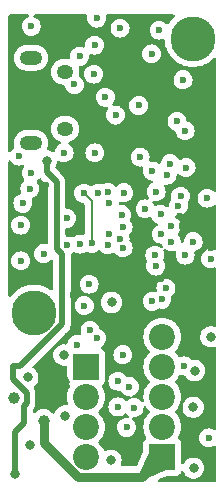
<source format=gbr>
%TF.GenerationSoftware,KiCad,Pcbnew,8.0.0*%
%TF.CreationDate,2024-10-09T20:58:18-07:00*%
%TF.ProjectId,LEO,4c454f2e-6b69-4636-9164-5f7063625858,rev?*%
%TF.SameCoordinates,Original*%
%TF.FileFunction,Copper,L2,Inr*%
%TF.FilePolarity,Positive*%
%FSLAX46Y46*%
G04 Gerber Fmt 4.6, Leading zero omitted, Abs format (unit mm)*
G04 Created by KiCad (PCBNEW 8.0.0) date 2024-10-09 20:58:18*
%MOMM*%
%LPD*%
G01*
G04 APERTURE LIST*
%TA.AperFunction,ComponentPad*%
%ADD10R,2.200000X2.200000*%
%TD*%
%TA.AperFunction,ComponentPad*%
%ADD11C,2.200000*%
%TD*%
%TA.AperFunction,ComponentPad*%
%ADD12C,3.800000*%
%TD*%
%TA.AperFunction,ComponentPad*%
%ADD13O,1.400000X1.200000*%
%TD*%
%TA.AperFunction,ComponentPad*%
%ADD14O,1.900000X1.200000*%
%TD*%
%TA.AperFunction,ViaPad*%
%ADD15C,0.600000*%
%TD*%
%TA.AperFunction,ViaPad*%
%ADD16C,0.800000*%
%TD*%
%TA.AperFunction,ViaPad*%
%ADD17C,1.000000*%
%TD*%
%TA.AperFunction,Conductor*%
%ADD18C,0.200000*%
%TD*%
%TA.AperFunction,Conductor*%
%ADD19C,0.750000*%
%TD*%
%TA.AperFunction,Conductor*%
%ADD20C,0.500000*%
%TD*%
G04 APERTURE END LIST*
D10*
%TO.N,+BATT*%
%TO.C,J6*%
X13240600Y2356200D03*
D11*
%TO.N,/P4-*%
X13240600Y4896200D03*
%TO.N,/P3-*%
X13240600Y7436200D03*
%TO.N,/P2-*%
X13240600Y9976200D03*
%TO.N,/P1-*%
X13240600Y12516200D03*
%TD*%
D12*
%TO.N,GND*%
%TO.C,H1*%
X15831400Y37763800D03*
%TD*%
D10*
%TO.N,GND*%
%TO.C,J2*%
X6763600Y9950800D03*
D11*
%TO.N,/BATT RAW*%
X6763600Y7410800D03*
X6763600Y4870800D03*
%TO.N,/BATT POSTSW*%
X6763600Y2330800D03*
%TD*%
D12*
%TO.N,GND*%
%TO.C,H2*%
X2369400Y14527100D03*
%TD*%
D13*
%TO.N,unconnected-(J7-Shield-Pad6)*%
%TO.C,J7*%
X5022900Y34951200D03*
%TO.N,N/C*%
X5022900Y30111200D03*
D14*
X2122900Y28931200D03*
X2122900Y36131200D03*
%TD*%
D15*
%TO.N,GND*%
X2140800Y38805200D03*
D16*
X15882200Y1391000D03*
D15*
X2164350Y26384650D03*
X13142213Y21199832D03*
X13903568Y27165289D03*
X1124800Y27807000D03*
X17025200Y24251000D03*
D16*
X4985600Y5810600D03*
D15*
X15247200Y26841800D03*
X8744800Y23870000D03*
X5798400Y33877600D03*
X7043000Y16966400D03*
D16*
X17355400Y12516200D03*
X4909400Y10969400D03*
D17*
X700000Y7309200D03*
D15*
X3181600Y19552000D03*
X9659200Y38640400D03*
X4934800Y28111600D03*
D16*
X1845902Y9072000D03*
D15*
X8719400Y21228400D03*
X14790000Y24403400D03*
X12723875Y24810689D03*
D16*
X15856800Y6547200D03*
D15*
X7525600Y28086200D03*
X15856800Y20568000D03*
X17328337Y19127863D03*
X13546300Y16636000D03*
X9479400Y8757000D03*
X7703400Y12389200D03*
X12986600Y38475000D03*
X7673583Y39500000D03*
X15172622Y19424542D03*
X9479400Y6572600D03*
D16*
X15983800Y9646000D03*
D15*
X15170598Y29966000D03*
X7426596Y34745887D03*
D16*
X8946031Y15423255D03*
D15*
%TO.N,+3V3*%
X17330000Y20009200D03*
X11183200Y38640400D03*
X16829014Y25302541D03*
X7043000Y26638600D03*
X14866472Y21863400D03*
X5336798Y21253800D03*
X11538800Y25368600D03*
X17321802Y17418400D03*
X4712867Y26682713D03*
X11813713Y21375033D03*
X15172799Y28219141D03*
X8660488Y34185400D03*
D16*
X10131314Y16500714D03*
D15*
X5239600Y12567000D03*
X3360000Y25368600D03*
X16776655Y26151798D03*
X14728000Y22751539D03*
X7403100Y18217428D03*
D17*
X4916400Y8706200D03*
D15*
X13093792Y17414189D03*
X6179400Y38640400D03*
X5646000Y16037398D03*
%TO.N,+1V1*%
X7271600Y20415600D03*
X6585800Y24661802D03*
D17*
%TO.N,+BATT*%
X3182200Y5378800D03*
D15*
%TO.N,Net-(D2-A)*%
X7119200Y13075000D03*
%TO.N,/RUN*%
X6636600Y15157800D03*
%TO.N,/BOOTSEL*%
X12326200Y36468400D03*
%TO.N,/SWCLK*%
X6255600Y20364800D03*
%TO.N,/SWD*%
X5163400Y20263200D03*
%TO.N,/SCL*%
X13647000Y26206800D03*
X9786200Y22854000D03*
X14002600Y21888800D03*
X14600869Y23605318D03*
X7500200Y37205000D03*
%TO.N,/BRKOUT4*%
X2019986Y25057304D03*
%TO.N,/BRKOUT3*%
X1429600Y23819200D03*
%TO.N,/BRKOUT2*%
X1251800Y21965000D03*
%TO.N,/BRKOUT1*%
X1251800Y18942400D03*
%TO.N,/P1 EN *%
X9899000Y10992200D03*
X8641510Y20301980D03*
%TO.N,/P2 EN *%
X13189800Y15691200D03*
X12673173Y18505370D03*
%TO.N,/P3 EN *%
X15094800Y10052400D03*
X12615061Y19403494D03*
%TO.N,/P4 EN *%
X17154200Y3956400D03*
X9913200Y21812600D03*
%TO.N,/BATT SENSE *%
X5138000Y22549200D03*
X6001600Y11855800D03*
%TO.N,/P3 CONT *%
X9913200Y20060000D03*
X10844401Y6513201D03*
%TO.N,/P2 CONT *%
X10457800Y8294242D03*
X9659200Y20822000D03*
%TO.N,/QSPI_SS*%
X14993200Y34284000D03*
X14485200Y30753400D03*
%TO.N,/P4 CONT *%
X10218000Y4845400D03*
X12377000Y15513400D03*
%TO.N,Net-(D3-K)*%
X13088200Y22879400D03*
%TO.N,/SDA*%
X14002600Y20568000D03*
X11788200Y23342199D03*
X6230200Y36265200D03*
X12402400Y26562400D03*
%TO.N,/QSPI_SD1*%
X11234000Y32099600D03*
X11361000Y27730800D03*
%TO.N,/QSPI_SCLK*%
X9278200Y31286800D03*
X8617800Y24733600D03*
%TO.N,/QSPI_SD3*%
X7819824Y24678283D03*
X8414600Y32785400D03*
%TO.N,/BUZZER*%
X9964000Y24708200D03*
D16*
%TO.N,VBUS*%
X769200Y883000D03*
X3436200Y27400600D03*
%TO.N,Net-(D1-K)*%
X8897200Y2051400D03*
X2064600Y3372200D03*
%TD*%
D18*
%TO.N,+1V1*%
X6585800Y24661802D02*
X7271600Y23976002D01*
X7271600Y23976002D02*
X7271600Y20415600D01*
D19*
%TO.N,+BATT*%
X11540200Y655800D02*
X6069792Y655800D01*
X13240600Y2356200D02*
X11540200Y655800D01*
X6069792Y655800D02*
X3182200Y3543392D01*
X3182200Y3543392D02*
X3182200Y5378800D01*
D20*
%TO.N,VBUS*%
X591400Y10001600D02*
X1167302Y10001600D01*
X4719400Y19505118D02*
X4288000Y19936518D01*
X769200Y883000D02*
X769200Y4489800D01*
X1524050Y5244650D02*
X1524050Y6648325D01*
X591400Y8902725D02*
X591400Y10001600D01*
X4288000Y25634400D02*
X3436200Y26486200D01*
X4288000Y19936518D02*
X4288000Y25634400D01*
X3436200Y26486200D02*
X3436200Y27400600D01*
X1750000Y7744125D02*
X591400Y8902725D01*
X769200Y4489800D02*
X1524050Y5244650D01*
X1750000Y6874275D02*
X1750000Y7744125D01*
X1524050Y6648325D02*
X1750000Y6874275D01*
X1167302Y10001600D02*
X4719400Y13553698D01*
X4719400Y13553698D02*
X4719400Y19505118D01*
%TD*%
%TA.AperFunction,Conductor*%
%TO.N,+BATT*%
G36*
X13235387Y2358157D02*
G01*
X13242248Y2352403D01*
X13243209Y2349888D01*
X13519650Y1265668D01*
X13518374Y1256804D01*
X13513179Y1252137D01*
X11405859Y288377D01*
X11396910Y288052D01*
X11390353Y294151D01*
X11389293Y299017D01*
X11389293Y1028293D01*
X11390321Y1033088D01*
X12136336Y2693466D01*
X12142852Y2699608D01*
X12150522Y2699831D01*
X13235387Y2358157D01*
G37*
%TD.AperFunction*%
%TD*%
%TA.AperFunction,Conductor*%
%TO.N,+3V3*%
G36*
X1895864Y39779815D02*
G01*
X1941619Y39727011D01*
X1951563Y39657853D01*
X1922538Y39594297D01*
X1869780Y39558458D01*
X1791276Y39530989D01*
X1638537Y39435016D01*
X1510984Y39307463D01*
X1415011Y39154724D01*
X1355431Y38984455D01*
X1355430Y38984450D01*
X1335235Y38805204D01*
X1335235Y38805197D01*
X1355430Y38625951D01*
X1355431Y38625946D01*
X1415011Y38455677D01*
X1510984Y38302938D01*
X1638538Y38175384D01*
X1791278Y38079411D01*
X1831728Y38065257D01*
X1961545Y38019832D01*
X1961550Y38019831D01*
X2140796Y37999635D01*
X2140800Y37999635D01*
X2140804Y37999635D01*
X2320049Y38019831D01*
X2320052Y38019832D01*
X2320055Y38019832D01*
X2490322Y38079411D01*
X2643062Y38175384D01*
X2770616Y38302938D01*
X2866589Y38455678D01*
X2926168Y38625945D01*
X2926169Y38625951D01*
X2927797Y38640397D01*
X8853635Y38640397D01*
X8873830Y38461151D01*
X8873831Y38461146D01*
X8933411Y38290877D01*
X9005980Y38175385D01*
X9029384Y38138138D01*
X9156938Y38010584D01*
X9309678Y37914611D01*
X9479945Y37855032D01*
X9479950Y37855031D01*
X9659196Y37834835D01*
X9659200Y37834835D01*
X9659204Y37834835D01*
X9838449Y37855031D01*
X9838452Y37855032D01*
X9838455Y37855032D01*
X10008722Y37914611D01*
X10161462Y38010584D01*
X10289016Y38138138D01*
X10384989Y38290878D01*
X10444568Y38461145D01*
X10446130Y38475004D01*
X10464765Y38640397D01*
X10464765Y38640404D01*
X10444569Y38819650D01*
X10444568Y38819655D01*
X10393817Y38964692D01*
X10384989Y38989922D01*
X10289016Y39142662D01*
X10161462Y39270216D01*
X10144992Y39280565D01*
X10008723Y39366189D01*
X9838454Y39425769D01*
X9838449Y39425770D01*
X9659204Y39445965D01*
X9659196Y39445965D01*
X9479950Y39425770D01*
X9479945Y39425769D01*
X9309676Y39366189D01*
X9156937Y39270216D01*
X9029384Y39142663D01*
X8933411Y38989924D01*
X8873831Y38819655D01*
X8873830Y38819650D01*
X8853635Y38640404D01*
X8853635Y38640397D01*
X2927797Y38640397D01*
X2946365Y38805197D01*
X2946365Y38805204D01*
X2926169Y38984450D01*
X2926168Y38984455D01*
X2884052Y39104816D01*
X2866589Y39154722D01*
X2770616Y39307462D01*
X2643062Y39435016D01*
X2625637Y39445965D01*
X2490323Y39530989D01*
X2411820Y39558458D01*
X2355044Y39599180D01*
X2329297Y39664133D01*
X2342753Y39732694D01*
X2391140Y39783097D01*
X2452775Y39799500D01*
X6763007Y39799500D01*
X6830046Y39779815D01*
X6875801Y39727011D01*
X6886227Y39661617D01*
X6868018Y39500004D01*
X6868018Y39499997D01*
X6888213Y39320751D01*
X6888214Y39320746D01*
X6947794Y39150477D01*
X6952704Y39142663D01*
X7043767Y38997738D01*
X7171321Y38870184D01*
X7324061Y38774211D01*
X7494328Y38714632D01*
X7494333Y38714631D01*
X7673579Y38694435D01*
X7673583Y38694435D01*
X7673587Y38694435D01*
X7852832Y38714631D01*
X7852835Y38714632D01*
X7852838Y38714632D01*
X8023105Y38774211D01*
X8175845Y38870184D01*
X8303399Y38997738D01*
X8399372Y39150478D01*
X8458951Y39320745D01*
X8458952Y39320751D01*
X8479148Y39499997D01*
X8479148Y39500004D01*
X8460939Y39661617D01*
X8472994Y39730439D01*
X8520343Y39781818D01*
X8584159Y39799500D01*
X14179314Y39799500D01*
X14246353Y39779815D01*
X14292108Y39727011D01*
X14302052Y39657853D01*
X14273027Y39594297D01*
X14264200Y39585111D01*
X14233106Y39555912D01*
X14078052Y39410306D01*
X13885510Y39177562D01*
X13786207Y39021086D01*
X13733666Y38975031D01*
X13664565Y38964692D01*
X13600845Y38993354D01*
X13593830Y38999848D01*
X13488862Y39104816D01*
X13336123Y39200789D01*
X13165854Y39260369D01*
X13165849Y39260370D01*
X12986604Y39280565D01*
X12986596Y39280565D01*
X12807350Y39260370D01*
X12807345Y39260369D01*
X12637076Y39200789D01*
X12484337Y39104816D01*
X12356784Y38977263D01*
X12260811Y38824524D01*
X12201231Y38654255D01*
X12201230Y38654250D01*
X12181035Y38475004D01*
X12181035Y38474997D01*
X12201230Y38295751D01*
X12201231Y38295746D01*
X12260811Y38125477D01*
X12298650Y38065257D01*
X12356784Y37972738D01*
X12484338Y37845184D01*
X12637078Y37749211D01*
X12791593Y37695144D01*
X12807345Y37689632D01*
X12807350Y37689631D01*
X12986596Y37669435D01*
X12986600Y37669435D01*
X12986604Y37669435D01*
X13165849Y37689631D01*
X13165851Y37689632D01*
X13165855Y37689632D01*
X13165858Y37689634D01*
X13165862Y37689634D01*
X13270675Y37726310D01*
X13340453Y37729873D01*
X13401081Y37695144D01*
X13433308Y37633151D01*
X13435385Y37617056D01*
X13445118Y37462353D01*
X13445119Y37462347D01*
X13445120Y37462343D01*
X13494286Y37204603D01*
X13501720Y37165636D01*
X13595059Y36878369D01*
X13595061Y36878364D01*
X13723665Y36605068D01*
X13723668Y36605062D01*
X13885511Y36350037D01*
X13885514Y36350033D01*
X13885515Y36350032D01*
X14076286Y36119429D01*
X14078052Y36117295D01*
X14298236Y35910528D01*
X14298246Y35910520D01*
X14542593Y35732992D01*
X14542598Y35732990D01*
X14542605Y35732984D01*
X14807296Y35587468D01*
X14807301Y35587466D01*
X14807303Y35587465D01*
X14807304Y35587464D01*
X15088134Y35476276D01*
X15088137Y35476275D01*
X15152947Y35459635D01*
X15380702Y35401158D01*
X15527439Y35382621D01*
X15680363Y35363301D01*
X15680369Y35363301D01*
X15680373Y35363300D01*
X15680375Y35363300D01*
X15982425Y35363300D01*
X15982427Y35363300D01*
X15982432Y35363301D01*
X15982436Y35363301D01*
X16080605Y35375703D01*
X16282098Y35401158D01*
X16574662Y35476275D01*
X16574665Y35476276D01*
X16855495Y35587464D01*
X16855496Y35587465D01*
X16855494Y35587465D01*
X16855504Y35587468D01*
X17120195Y35732984D01*
X17364562Y35910526D01*
X17584749Y36117296D01*
X17584756Y36117305D01*
X17585100Y36117670D01*
X17585226Y36117745D01*
X17587590Y36119964D01*
X17588092Y36119429D01*
X17645337Y36153071D01*
X17715151Y36150284D01*
X17772376Y36110196D01*
X17798844Y36045534D01*
X17799500Y36032795D01*
X17799500Y24908140D01*
X17779815Y24841101D01*
X17727011Y24795346D01*
X17657853Y24785402D01*
X17594297Y24814427D01*
X17587819Y24820459D01*
X17527462Y24880816D01*
X17374723Y24976789D01*
X17204454Y25036369D01*
X17204449Y25036370D01*
X17025204Y25056565D01*
X17025196Y25056565D01*
X16845950Y25036370D01*
X16845945Y25036369D01*
X16675676Y24976789D01*
X16522937Y24880816D01*
X16395384Y24753263D01*
X16299411Y24600524D01*
X16239831Y24430255D01*
X16239830Y24430250D01*
X16219635Y24251004D01*
X16219635Y24250997D01*
X16239830Y24071751D01*
X16239831Y24071746D01*
X16299411Y23901477D01*
X16372867Y23784573D01*
X16395384Y23748738D01*
X16522938Y23621184D01*
X16675678Y23525211D01*
X16814057Y23476790D01*
X16845945Y23465632D01*
X16845950Y23465631D01*
X17025196Y23445435D01*
X17025200Y23445435D01*
X17025204Y23445435D01*
X17204449Y23465631D01*
X17204452Y23465632D01*
X17204455Y23465632D01*
X17374722Y23525211D01*
X17527462Y23621184D01*
X17587819Y23681541D01*
X17649142Y23715026D01*
X17718834Y23710042D01*
X17774767Y23668170D01*
X17799184Y23602706D01*
X17799500Y23593860D01*
X17799500Y19985850D01*
X17779815Y19918811D01*
X17727011Y19873056D01*
X17657853Y19863112D01*
X17634545Y19868809D01*
X17507599Y19913230D01*
X17507586Y19913233D01*
X17328341Y19933428D01*
X17328333Y19933428D01*
X17149087Y19913233D01*
X17149082Y19913232D01*
X16978813Y19853652D01*
X16826074Y19757679D01*
X16698521Y19630126D01*
X16602548Y19477387D01*
X16542968Y19307118D01*
X16542967Y19307113D01*
X16522772Y19127867D01*
X16522772Y19127860D01*
X16542967Y18948614D01*
X16542968Y18948609D01*
X16602548Y18778340D01*
X16689993Y18639173D01*
X16698521Y18625601D01*
X16826075Y18498047D01*
X16978815Y18402074D01*
X17111199Y18355751D01*
X17149082Y18342495D01*
X17149087Y18342494D01*
X17328333Y18322298D01*
X17328337Y18322298D01*
X17328341Y18322298D01*
X17507586Y18342494D01*
X17507588Y18342495D01*
X17507592Y18342495D01*
X17507595Y18342497D01*
X17507599Y18342497D01*
X17634545Y18386917D01*
X17704324Y18390479D01*
X17764951Y18355751D01*
X17797179Y18293757D01*
X17799500Y18269876D01*
X17799500Y13494633D01*
X17779815Y13427594D01*
X17727011Y13381839D01*
X17657853Y13371895D01*
X17637199Y13376696D01*
X17635204Y13377344D01*
X17542624Y13397022D01*
X17450046Y13416700D01*
X17260754Y13416700D01*
X17228297Y13409802D01*
X17075597Y13377345D01*
X17075592Y13377343D01*
X16902670Y13300352D01*
X16902665Y13300349D01*
X16749529Y13189089D01*
X16622866Y13048415D01*
X16528221Y12884485D01*
X16528218Y12884478D01*
X16474098Y12717912D01*
X16469726Y12704456D01*
X16449940Y12516200D01*
X16469726Y12327944D01*
X16469727Y12327941D01*
X16528218Y12147923D01*
X16528221Y12147916D01*
X16622867Y11983984D01*
X16697472Y11901127D01*
X16749529Y11843312D01*
X16902665Y11732052D01*
X16902670Y11732049D01*
X17075592Y11655058D01*
X17075597Y11655056D01*
X17260754Y11615700D01*
X17260755Y11615700D01*
X17450044Y11615700D01*
X17450046Y11615700D01*
X17635203Y11655056D01*
X17635208Y11655059D01*
X17637182Y11655699D01*
X17638391Y11655734D01*
X17641560Y11656407D01*
X17641683Y11655828D01*
X17707023Y11657694D01*
X17766856Y11621613D01*
X17797684Y11558912D01*
X17799500Y11537768D01*
X17799500Y4720701D01*
X17779815Y4653662D01*
X17727011Y4607907D01*
X17657853Y4597963D01*
X17609528Y4615707D01*
X17503723Y4682189D01*
X17333454Y4741769D01*
X17333449Y4741770D01*
X17154204Y4761965D01*
X17154196Y4761965D01*
X16974950Y4741770D01*
X16974945Y4741769D01*
X16804676Y4682189D01*
X16651937Y4586216D01*
X16524384Y4458663D01*
X16428411Y4305924D01*
X16368831Y4135655D01*
X16368830Y4135650D01*
X16348635Y3956404D01*
X16348635Y3956397D01*
X16368830Y3777151D01*
X16368831Y3777146D01*
X16428411Y3606877D01*
X16524384Y3454138D01*
X16651938Y3326584D01*
X16804678Y3230611D01*
X16914736Y3192100D01*
X16974945Y3171032D01*
X16974950Y3171031D01*
X17154196Y3150835D01*
X17154200Y3150835D01*
X17154204Y3150835D01*
X17333449Y3171031D01*
X17333452Y3171032D01*
X17333455Y3171032D01*
X17503722Y3230611D01*
X17609527Y3297094D01*
X17676764Y3316094D01*
X17743599Y3295727D01*
X17788814Y3242459D01*
X17799500Y3192100D01*
X17799500Y324500D01*
X17779815Y257461D01*
X17727011Y211706D01*
X17675500Y200500D01*
X12998401Y200500D01*
X12931362Y220185D01*
X12885607Y272989D01*
X12875663Y342147D01*
X12904688Y405703D01*
X12946828Y437266D01*
X13618540Y744467D01*
X13670113Y755701D01*
X14388471Y755701D01*
X14388472Y755701D01*
X14448083Y762109D01*
X14582931Y812404D01*
X14698146Y898654D01*
X14784396Y1013869D01*
X14805800Y1071256D01*
X14806316Y1072639D01*
X14848186Y1128573D01*
X14913650Y1152991D01*
X14981924Y1138140D01*
X15031329Y1088735D01*
X15040429Y1067625D01*
X15055018Y1022722D01*
X15055021Y1022716D01*
X15149667Y858784D01*
X15191428Y812404D01*
X15276329Y718112D01*
X15429465Y606852D01*
X15429470Y606849D01*
X15602392Y529858D01*
X15602397Y529856D01*
X15787554Y490500D01*
X15787555Y490500D01*
X15976844Y490500D01*
X15976846Y490500D01*
X16162003Y529856D01*
X16334930Y606849D01*
X16488071Y718112D01*
X16614733Y858784D01*
X16709379Y1022716D01*
X16767874Y1202744D01*
X16787660Y1391000D01*
X16767874Y1579256D01*
X16709379Y1759284D01*
X16614733Y1923216D01*
X16488071Y2063888D01*
X16488070Y2063889D01*
X16334934Y2175149D01*
X16334929Y2175152D01*
X16162007Y2252143D01*
X16162002Y2252145D01*
X16016201Y2283135D01*
X15976846Y2291500D01*
X15787554Y2291500D01*
X15755097Y2284602D01*
X15602397Y2252145D01*
X15602392Y2252143D01*
X15429470Y2175152D01*
X15429465Y2175149D01*
X15276329Y2063889D01*
X15149665Y1923215D01*
X15072486Y1789536D01*
X15021919Y1741320D01*
X14953312Y1728098D01*
X14888447Y1754066D01*
X14847919Y1810980D01*
X14841099Y1851532D01*
X14841099Y3504072D01*
X14834691Y3563683D01*
X14833560Y3566715D01*
X14784397Y3698529D01*
X14784393Y3698536D01*
X14698147Y3813745D01*
X14621494Y3871128D01*
X14579624Y3927062D01*
X14574640Y3996754D01*
X14590076Y4035179D01*
X14671066Y4167341D01*
X14767473Y4400089D01*
X14826283Y4645052D01*
X14846049Y4896200D01*
X14826283Y5147348D01*
X14767473Y5392311D01*
X14728491Y5486423D01*
X14671066Y5625060D01*
X14539439Y5839854D01*
X14539438Y5839857D01*
X14375824Y6031424D01*
X14364366Y6041210D01*
X14328419Y6071911D01*
X14290227Y6130416D01*
X14289728Y6200284D01*
X14327082Y6259330D01*
X14328356Y6260436D01*
X14375824Y6300976D01*
X14539436Y6492541D01*
X14572931Y6547200D01*
X14951340Y6547200D01*
X14971126Y6358944D01*
X14971127Y6358941D01*
X15029618Y6178923D01*
X15029621Y6178916D01*
X15124267Y6014984D01*
X15194180Y5937338D01*
X15250929Y5874312D01*
X15404065Y5763052D01*
X15404070Y5763049D01*
X15576992Y5686058D01*
X15576997Y5686056D01*
X15762154Y5646700D01*
X15762155Y5646700D01*
X15951444Y5646700D01*
X15951446Y5646700D01*
X16136603Y5686056D01*
X16309530Y5763049D01*
X16462671Y5874312D01*
X16589333Y6014984D01*
X16683979Y6178916D01*
X16742474Y6358944D01*
X16762260Y6547200D01*
X16742474Y6735456D01*
X16683979Y6915484D01*
X16589333Y7079416D01*
X16462671Y7220088D01*
X16436655Y7238990D01*
X16309534Y7331349D01*
X16309529Y7331352D01*
X16136607Y7408343D01*
X16136602Y7408345D01*
X15967639Y7444258D01*
X15951446Y7447700D01*
X15762154Y7447700D01*
X15745961Y7444258D01*
X15576997Y7408345D01*
X15576992Y7408343D01*
X15404070Y7331352D01*
X15404065Y7331349D01*
X15250929Y7220089D01*
X15124266Y7079415D01*
X15029621Y6915485D01*
X15029618Y6915478D01*
X14972852Y6740768D01*
X14971126Y6735456D01*
X14951340Y6547200D01*
X14572931Y6547200D01*
X14671066Y6707341D01*
X14767473Y6940089D01*
X14826283Y7185052D01*
X14846049Y7436200D01*
X14826283Y7687348D01*
X14767473Y7932311D01*
X14671066Y8165059D01*
X14616110Y8254738D01*
X14539439Y8379854D01*
X14539438Y8379857D01*
X14375824Y8571424D01*
X14332454Y8608465D01*
X14328419Y8611911D01*
X14290227Y8670416D01*
X14289728Y8740284D01*
X14327082Y8799330D01*
X14328356Y8800436D01*
X14375824Y8840976D01*
X14539436Y9032541D01*
X14671066Y9247341D01*
X14671069Y9247350D01*
X14671902Y9248708D01*
X14723714Y9295583D01*
X14792644Y9307006D01*
X14818585Y9300959D01*
X14915537Y9267034D01*
X14915543Y9267033D01*
X14915545Y9267032D01*
X14915546Y9267032D01*
X14915550Y9267031D01*
X15094797Y9246835D01*
X15101765Y9246835D01*
X15101765Y9243911D01*
X15157687Y9234138D01*
X15209084Y9186808D01*
X15210178Y9184951D01*
X15251265Y9113786D01*
X15377929Y8973112D01*
X15531065Y8861852D01*
X15531070Y8861849D01*
X15703992Y8784858D01*
X15703997Y8784856D01*
X15889154Y8745500D01*
X15889155Y8745500D01*
X16078444Y8745500D01*
X16078446Y8745500D01*
X16263603Y8784856D01*
X16436530Y8861849D01*
X16589671Y8973112D01*
X16716333Y9113784D01*
X16810979Y9277716D01*
X16869474Y9457744D01*
X16889260Y9646000D01*
X16869474Y9834256D01*
X16810979Y10014284D01*
X16716333Y10178216D01*
X16589671Y10318888D01*
X16529804Y10362384D01*
X16436534Y10430149D01*
X16436529Y10430152D01*
X16263607Y10507143D01*
X16263602Y10507145D01*
X16116544Y10538402D01*
X16078446Y10546500D01*
X15889154Y10546500D01*
X15826044Y10533086D01*
X15756377Y10538402D01*
X15712583Y10566695D01*
X15597062Y10682216D01*
X15444323Y10778189D01*
X15274054Y10837769D01*
X15274049Y10837770D01*
X15094804Y10857965D01*
X15094796Y10857965D01*
X14915550Y10837770D01*
X14915542Y10837768D01*
X14741683Y10776932D01*
X14671904Y10773371D01*
X14611277Y10808100D01*
X14595004Y10829180D01*
X14539436Y10919859D01*
X14375824Y11111424D01*
X14328419Y11151911D01*
X14290227Y11210416D01*
X14289728Y11280284D01*
X14327082Y11339330D01*
X14328356Y11340436D01*
X14375824Y11380976D01*
X14539436Y11572541D01*
X14671066Y11787341D01*
X14767473Y12020089D01*
X14826283Y12265052D01*
X14846049Y12516200D01*
X14826283Y12767348D01*
X14767473Y13012311D01*
X14741508Y13074997D01*
X14671066Y13245060D01*
X14539439Y13459854D01*
X14539438Y13459857D01*
X14439163Y13577263D01*
X14375824Y13651424D01*
X14200940Y13800789D01*
X14184256Y13815039D01*
X14184253Y13815040D01*
X13969459Y13946667D01*
X13736710Y14043074D01*
X13491751Y14101883D01*
X13240600Y14121649D01*
X12989448Y14101883D01*
X12744489Y14043074D01*
X12511740Y13946667D01*
X12296946Y13815040D01*
X12296943Y13815039D01*
X12105376Y13651424D01*
X11941761Y13459857D01*
X11941760Y13459854D01*
X11810133Y13245060D01*
X11713726Y13012311D01*
X11654917Y12767352D01*
X11635151Y12516200D01*
X11654917Y12265049D01*
X11713726Y12020090D01*
X11810133Y11787341D01*
X11941760Y11572547D01*
X11941761Y11572544D01*
X11965379Y11544891D01*
X12105376Y11380976D01*
X12152778Y11340491D01*
X12152779Y11340490D01*
X12190972Y11281983D01*
X12191470Y11212115D01*
X12154116Y11153069D01*
X12152779Y11151910D01*
X12105376Y11111424D01*
X11941761Y10919857D01*
X11941760Y10919854D01*
X11810133Y10705060D01*
X11713726Y10472311D01*
X11654917Y10227352D01*
X11635151Y9976200D01*
X11654917Y9725049D01*
X11713726Y9480090D01*
X11810133Y9247341D01*
X11941760Y9032547D01*
X11941761Y9032544D01*
X11992521Y8973112D01*
X12105376Y8840976D01*
X12149926Y8802927D01*
X12152779Y8800490D01*
X12190972Y8741983D01*
X12191470Y8672115D01*
X12154116Y8613069D01*
X12152779Y8611910D01*
X12105376Y8571424D01*
X11941761Y8379857D01*
X11941760Y8379854D01*
X11810135Y8165061D01*
X11810134Y8165061D01*
X11713726Y7932311D01*
X11654917Y7687352D01*
X11640592Y7505332D01*
X11635151Y7436200D01*
X11654917Y7185052D01*
X11654918Y7185049D01*
X11654918Y7185048D01*
X11654918Y7185047D01*
X11662943Y7151619D01*
X11659452Y7081836D01*
X11618787Y7025019D01*
X11553860Y6999207D01*
X11485285Y7012594D01*
X11454688Y7034992D01*
X11346663Y7143017D01*
X11193924Y7238990D01*
X11023655Y7298570D01*
X11023650Y7298571D01*
X10844405Y7318766D01*
X10844403Y7318766D01*
X10844401Y7318766D01*
X10830866Y7317241D01*
X10762045Y7329297D01*
X10710666Y7376647D01*
X10693043Y7444258D01*
X10714771Y7510664D01*
X10768951Y7554780D01*
X10776032Y7557504D01*
X10807320Y7568452D01*
X10807322Y7568453D01*
X10960062Y7664426D01*
X11087616Y7791980D01*
X11183589Y7944720D01*
X11243168Y8114987D01*
X11243169Y8114993D01*
X11263365Y8294239D01*
X11263365Y8294246D01*
X11243169Y8473492D01*
X11243168Y8473497D01*
X11206688Y8577751D01*
X11183589Y8643764D01*
X11166842Y8670416D01*
X11121874Y8741983D01*
X11087616Y8796504D01*
X10960062Y8924058D01*
X10940651Y8936255D01*
X10807323Y9020031D01*
X10637054Y9079611D01*
X10637049Y9079612D01*
X10457804Y9099807D01*
X10457796Y9099807D01*
X10303254Y9082395D01*
X10234432Y9094450D01*
X10184378Y9139642D01*
X10109216Y9259262D01*
X9981662Y9386816D01*
X9896578Y9440278D01*
X9828923Y9482789D01*
X9658654Y9542369D01*
X9658649Y9542370D01*
X9479404Y9562565D01*
X9479396Y9562565D01*
X9300150Y9542370D01*
X9300145Y9542369D01*
X9129876Y9482789D01*
X8977137Y9386816D01*
X8849584Y9259263D01*
X8753611Y9106524D01*
X8694031Y8936255D01*
X8694030Y8936250D01*
X8673835Y8757004D01*
X8673835Y8756997D01*
X8694030Y8577751D01*
X8694031Y8577746D01*
X8753611Y8407477D01*
X8849584Y8254738D01*
X8977138Y8127184D01*
X9129878Y8031211D01*
X9243180Y7991565D01*
X9300145Y7971632D01*
X9300150Y7971631D01*
X9479396Y7951435D01*
X9479400Y7951435D01*
X9479403Y7951435D01*
X9582380Y7963038D01*
X9633944Y7968848D01*
X9702766Y7956794D01*
X9752821Y7911601D01*
X9827984Y7791980D01*
X9955538Y7664426D01*
X10108278Y7568453D01*
X10273429Y7510664D01*
X10278545Y7508874D01*
X10278550Y7508873D01*
X10457796Y7488677D01*
X10457797Y7488677D01*
X10457798Y7488678D01*
X10457800Y7488677D01*
X10471330Y7490202D01*
X10540149Y7478149D01*
X10591530Y7430802D01*
X10609157Y7363193D01*
X10587433Y7296786D01*
X10533255Y7252666D01*
X10526172Y7249941D01*
X10494879Y7238991D01*
X10342140Y7143018D01*
X10279279Y7080158D01*
X10217955Y7046674D01*
X10148264Y7051660D01*
X10103918Y7080160D01*
X9981662Y7202416D01*
X9828923Y7298389D01*
X9658654Y7357969D01*
X9658649Y7357970D01*
X9479404Y7378165D01*
X9479396Y7378165D01*
X9300150Y7357970D01*
X9300145Y7357969D01*
X9129876Y7298389D01*
X8977137Y7202416D01*
X8849584Y7074863D01*
X8753611Y6922124D01*
X8694031Y6751855D01*
X8694030Y6751850D01*
X8673835Y6572604D01*
X8673835Y6572597D01*
X8694030Y6393351D01*
X8694031Y6393346D01*
X8753611Y6223077D01*
X8827794Y6105016D01*
X8849584Y6070338D01*
X8977138Y5942784D01*
X9067480Y5886018D01*
X9089503Y5872180D01*
X9129878Y5846811D01*
X9222349Y5814454D01*
X9300145Y5787232D01*
X9300150Y5787231D01*
X9479396Y5767035D01*
X9479400Y5767035D01*
X9479404Y5767035D01*
X9658649Y5787231D01*
X9658652Y5787232D01*
X9658655Y5787232D01*
X9828922Y5846811D01*
X9981662Y5942784D01*
X10044520Y6005642D01*
X10105843Y6039127D01*
X10175535Y6034143D01*
X10219882Y6005642D01*
X10342138Y5883386D01*
X10342141Y5883384D01*
X10359971Y5872180D01*
X10406262Y5819845D01*
X10416909Y5750792D01*
X10388534Y5686943D01*
X10330143Y5648572D01*
X10280115Y5643967D01*
X10218004Y5650965D01*
X10217996Y5650965D01*
X10038750Y5630770D01*
X10038745Y5630769D01*
X9868476Y5571189D01*
X9715737Y5475216D01*
X9588184Y5347663D01*
X9492211Y5194924D01*
X9432631Y5024655D01*
X9432630Y5024650D01*
X9412435Y4845404D01*
X9412435Y4845397D01*
X9432630Y4666151D01*
X9432631Y4666146D01*
X9492211Y4495877D01*
X9568359Y4374689D01*
X9588184Y4343138D01*
X9715738Y4215584D01*
X9868478Y4119611D01*
X10038745Y4060032D01*
X10038750Y4060031D01*
X10217996Y4039835D01*
X10218000Y4039835D01*
X10218004Y4039835D01*
X10397249Y4060031D01*
X10397252Y4060032D01*
X10397255Y4060032D01*
X10567522Y4119611D01*
X10720262Y4215584D01*
X10847816Y4343138D01*
X10943789Y4495878D01*
X11003368Y4666145D01*
X11011889Y4741770D01*
X11023565Y4845397D01*
X11023565Y4845404D01*
X11003369Y5024650D01*
X11003368Y5024655D01*
X10969322Y5121952D01*
X10943789Y5194922D01*
X10939734Y5201375D01*
X10847815Y5347663D01*
X10720262Y5475216D01*
X10720257Y5475220D01*
X10702428Y5486423D01*
X10656138Y5538758D01*
X10645491Y5607812D01*
X10673867Y5671660D01*
X10732258Y5710030D01*
X10782284Y5714635D01*
X10832941Y5708928D01*
X10844400Y5707636D01*
X10844401Y5707636D01*
X10844405Y5707636D01*
X11023650Y5727832D01*
X11023653Y5727833D01*
X11023656Y5727833D01*
X11193923Y5787412D01*
X11346663Y5883385D01*
X11474217Y6010939D01*
X11570190Y6163679D01*
X11629769Y6333946D01*
X11630769Y6342815D01*
X11644776Y6467141D01*
X11649966Y6513201D01*
X11649520Y6517155D01*
X11649966Y6519698D01*
X11649966Y6520165D01*
X11650048Y6520165D01*
X11661572Y6585974D01*
X11708918Y6637355D01*
X11776527Y6654983D01*
X11842934Y6633260D01*
X11878467Y6595831D01*
X11941760Y6492547D01*
X11941761Y6492544D01*
X11985157Y6441734D01*
X12105376Y6300976D01*
X12152778Y6260491D01*
X12152779Y6260490D01*
X12190972Y6201983D01*
X12191470Y6132115D01*
X12154116Y6073069D01*
X12152779Y6071910D01*
X12105376Y6031424D01*
X11941761Y5839857D01*
X11941760Y5839854D01*
X11810133Y5625060D01*
X11713726Y5392311D01*
X11654917Y5147352D01*
X11635151Y4896200D01*
X11654917Y4645049D01*
X11713726Y4400090D01*
X11810133Y4167341D01*
X11891120Y4035184D01*
X11909365Y3967738D01*
X11888249Y3901136D01*
X11859705Y3871128D01*
X11783052Y3813745D01*
X11696806Y3698536D01*
X11696802Y3698529D01*
X11646508Y3563683D01*
X11640362Y3506510D01*
X11640101Y3504077D01*
X11640100Y3504065D01*
X11640100Y2849009D01*
X11629208Y2798189D01*
X11092870Y1604480D01*
X11047439Y1551397D01*
X10980521Y1531302D01*
X10979762Y1531300D01*
X9845723Y1531300D01*
X9778684Y1550985D01*
X9732929Y1603789D01*
X9722985Y1672947D01*
X9727792Y1693618D01*
X9758957Y1789536D01*
X9782874Y1863144D01*
X9802660Y2051400D01*
X9782874Y2239656D01*
X9724379Y2419684D01*
X9629733Y2583616D01*
X9503071Y2724288D01*
X9503070Y2724289D01*
X9349934Y2835549D01*
X9349929Y2835552D01*
X9177007Y2912543D01*
X9177002Y2912545D01*
X9031201Y2943535D01*
X8991846Y2951900D01*
X8802554Y2951900D01*
X8770097Y2945002D01*
X8617397Y2912545D01*
X8617392Y2912543D01*
X8444472Y2835553D01*
X8439754Y2832828D01*
X8371853Y2816358D01*
X8305827Y2839212D01*
X8263196Y2892765D01*
X8194068Y3059656D01*
X8194066Y3059659D01*
X8062439Y3274454D01*
X8062438Y3274457D01*
X7898824Y3466024D01*
X7883887Y3478781D01*
X7851419Y3506511D01*
X7813227Y3565016D01*
X7812728Y3634884D01*
X7850082Y3693930D01*
X7851356Y3695036D01*
X7898824Y3735576D01*
X8062436Y3927141D01*
X8194066Y4141941D01*
X8290473Y4374689D01*
X8349283Y4619652D01*
X8369049Y4870800D01*
X8349283Y5121948D01*
X8290473Y5366911D01*
X8240970Y5486423D01*
X8194066Y5599660D01*
X8062439Y5814454D01*
X8062438Y5814457D01*
X7898824Y6006024D01*
X7869084Y6031424D01*
X7851419Y6046511D01*
X7813227Y6105016D01*
X7812728Y6174884D01*
X7850082Y6233930D01*
X7851356Y6235036D01*
X7898824Y6275576D01*
X8062436Y6467141D01*
X8194066Y6681941D01*
X8290473Y6914689D01*
X8349283Y7159652D01*
X8369049Y7410800D01*
X8349283Y7661948D01*
X8290473Y7906911D01*
X8279952Y7932311D01*
X8194066Y8139660D01*
X8113079Y8271817D01*
X8094834Y8339262D01*
X8115950Y8405865D01*
X8144491Y8435871D01*
X8221146Y8493254D01*
X8307396Y8608469D01*
X8357691Y8743317D01*
X8364100Y8802927D01*
X8364099Y10992197D01*
X9093435Y10992197D01*
X9113630Y10812951D01*
X9113631Y10812946D01*
X9173211Y10642677D01*
X9238732Y10538402D01*
X9269184Y10489938D01*
X9396738Y10362384D01*
X9487080Y10305618D01*
X9501572Y10296512D01*
X9549478Y10266411D01*
X9661114Y10227348D01*
X9719745Y10206832D01*
X9719750Y10206831D01*
X9898996Y10186635D01*
X9899000Y10186635D01*
X9899004Y10186635D01*
X10078249Y10206831D01*
X10078252Y10206832D01*
X10078255Y10206832D01*
X10248522Y10266411D01*
X10401262Y10362384D01*
X10528816Y10489938D01*
X10624789Y10642678D01*
X10684368Y10812945D01*
X10687165Y10837770D01*
X10704565Y10992197D01*
X10704565Y10992204D01*
X10684369Y11171450D01*
X10684368Y11171455D01*
X10670140Y11212115D01*
X10624789Y11341722D01*
X10600123Y11380977D01*
X10528815Y11494463D01*
X10401262Y11622016D01*
X10248523Y11717989D01*
X10078254Y11777569D01*
X10078249Y11777570D01*
X9899004Y11797765D01*
X9898996Y11797765D01*
X9719750Y11777570D01*
X9719745Y11777569D01*
X9549476Y11717989D01*
X9396737Y11622016D01*
X9269184Y11494463D01*
X9173211Y11341724D01*
X9113631Y11171455D01*
X9113630Y11171450D01*
X9093435Y10992204D01*
X9093435Y10992197D01*
X8364099Y10992197D01*
X8364099Y11098672D01*
X8358376Y11151910D01*
X8357691Y11158284D01*
X8307397Y11293129D01*
X8307393Y11293136D01*
X8221147Y11408345D01*
X8103677Y11496284D01*
X8061807Y11552218D01*
X8056823Y11621910D01*
X8090309Y11683232D01*
X8112015Y11700542D01*
X8196379Y11753551D01*
X8205659Y11759382D01*
X8205659Y11759383D01*
X8205662Y11759384D01*
X8333216Y11886938D01*
X8429189Y12039678D01*
X8488768Y12209945D01*
X8488769Y12209951D01*
X8508965Y12389197D01*
X8508965Y12389204D01*
X8488769Y12568450D01*
X8488768Y12568455D01*
X8467339Y12629695D01*
X8429189Y12738722D01*
X8333216Y12891462D01*
X8205662Y13019016D01*
X8116120Y13075279D01*
X8052921Y13114990D01*
X7988355Y13137583D01*
X7931580Y13178305D01*
X7906090Y13240743D01*
X7905604Y13245059D01*
X7904568Y13254255D01*
X7844989Y13424522D01*
X7822788Y13459854D01*
X7749015Y13577263D01*
X7621462Y13704816D01*
X7468723Y13800789D01*
X7298454Y13860369D01*
X7298449Y13860370D01*
X7119204Y13880565D01*
X7119196Y13880565D01*
X6939950Y13860370D01*
X6939945Y13860369D01*
X6769676Y13800789D01*
X6616937Y13704816D01*
X6489384Y13577263D01*
X6393411Y13424524D01*
X6333831Y13254255D01*
X6333830Y13254250D01*
X6313635Y13075004D01*
X6313635Y13074997D01*
X6333830Y12895751D01*
X6333832Y12895743D01*
X6371641Y12787691D01*
X6375202Y12717912D01*
X6340473Y12657285D01*
X6278480Y12625058D01*
X6213645Y12629695D01*
X6180857Y12641168D01*
X6180849Y12641170D01*
X6001604Y12661365D01*
X6001596Y12661365D01*
X5822350Y12641170D01*
X5822345Y12641169D01*
X5652076Y12581589D01*
X5499337Y12485616D01*
X5371784Y12358063D01*
X5275811Y12205324D01*
X5216231Y12035055D01*
X5216230Y12035051D01*
X5208399Y11965541D01*
X5181332Y11901127D01*
X5123738Y11861572D01*
X5059400Y11858135D01*
X5004046Y11869900D01*
X4814754Y11869900D01*
X4782297Y11863002D01*
X4629597Y11830545D01*
X4629592Y11830543D01*
X4456670Y11753552D01*
X4456665Y11753549D01*
X4303529Y11642289D01*
X4176866Y11501615D01*
X4082221Y11337685D01*
X4082218Y11337678D01*
X4023727Y11157660D01*
X4023726Y11157656D01*
X4003940Y10969400D01*
X4023726Y10781144D01*
X4023727Y10781141D01*
X4082218Y10601123D01*
X4082221Y10601116D01*
X4176867Y10437184D01*
X4283381Y10318889D01*
X4303529Y10296512D01*
X4456665Y10185252D01*
X4456670Y10185249D01*
X4629592Y10108258D01*
X4629597Y10108256D01*
X4814754Y10068900D01*
X4814755Y10068900D01*
X5004042Y10068900D01*
X5004046Y10068900D01*
X5013317Y10070871D01*
X5082979Y10065559D01*
X5138715Y10023425D01*
X5162824Y9957846D01*
X5163100Y9949582D01*
X5163100Y8802930D01*
X5163101Y8802924D01*
X5169508Y8743317D01*
X5219802Y8608472D01*
X5219806Y8608465D01*
X5306052Y8493256D01*
X5306055Y8493253D01*
X5382704Y8435873D01*
X5424575Y8379939D01*
X5429559Y8310248D01*
X5414120Y8271817D01*
X5333133Y8139660D01*
X5236726Y7906911D01*
X5177917Y7661952D01*
X5158151Y7410800D01*
X5177917Y7159649D01*
X5236726Y6914690D01*
X5254112Y6872716D01*
X5261579Y6803247D01*
X5230304Y6740768D01*
X5170214Y6705116D01*
X5113771Y6703974D01*
X5080246Y6711100D01*
X4890954Y6711100D01*
X4862801Y6705116D01*
X4705797Y6671745D01*
X4705792Y6671743D01*
X4532870Y6594752D01*
X4532865Y6594749D01*
X4379729Y6483489D01*
X4253066Y6342815D01*
X4158421Y6178885D01*
X4158419Y6178881D01*
X4132427Y6098885D01*
X4092989Y6041210D01*
X4028630Y6014012D01*
X3959784Y6025927D01*
X3918643Y6058539D01*
X3893083Y6089684D01*
X3740739Y6214710D01*
X3740732Y6214714D01*
X3566933Y6307612D01*
X3566927Y6307614D01*
X3378332Y6364824D01*
X3378329Y6364825D01*
X3182200Y6384141D01*
X2986070Y6364825D01*
X2797466Y6307612D01*
X2623667Y6214714D01*
X2623660Y6214710D01*
X2477215Y6094524D01*
X2412905Y6067211D01*
X2344038Y6079002D01*
X2292477Y6126154D01*
X2274550Y6190377D01*
X2274550Y6286096D01*
X2294235Y6353135D01*
X2310869Y6373777D01*
X2321233Y6384141D01*
X2332952Y6395860D01*
X2360205Y6436648D01*
X2415084Y6518780D01*
X2457103Y6620223D01*
X2471659Y6655363D01*
X2500500Y6800358D01*
X2500500Y6948193D01*
X2500500Y7818043D01*
X2500500Y7818046D01*
X2471659Y7963033D01*
X2471658Y7963034D01*
X2471658Y7963038D01*
X2471656Y7963043D01*
X2415087Y8099614D01*
X2415085Y8099618D01*
X2415084Y8099620D01*
X2371359Y8165059D01*
X2358593Y8184165D01*
X2337718Y8250841D01*
X2356204Y8318221D01*
X2388810Y8353368D01*
X2451773Y8399112D01*
X2578435Y8539784D01*
X2673081Y8703716D01*
X2731576Y8883744D01*
X2751362Y9072000D01*
X2731576Y9260256D01*
X2673081Y9440284D01*
X2578435Y9604216D01*
X2451773Y9744888D01*
X2451772Y9744889D01*
X2293375Y9859971D01*
X2294731Y9861839D01*
X2253802Y9904759D01*
X2240576Y9973366D01*
X2266541Y10038232D01*
X2276326Y10049258D01*
X5302351Y13075282D01*
X5384484Y13198203D01*
X5441058Y13334785D01*
X5459519Y13427594D01*
X5469900Y13479778D01*
X5469900Y15157797D01*
X5831035Y15157797D01*
X5851230Y14978551D01*
X5851231Y14978546D01*
X5910811Y14808277D01*
X6006784Y14655538D01*
X6134338Y14527984D01*
X6287078Y14432011D01*
X6457345Y14372432D01*
X6457350Y14372431D01*
X6636596Y14352235D01*
X6636600Y14352235D01*
X6636604Y14352235D01*
X6815849Y14372431D01*
X6815852Y14372432D01*
X6815855Y14372432D01*
X6986122Y14432011D01*
X7138862Y14527984D01*
X7266416Y14655538D01*
X7362389Y14808278D01*
X7421968Y14978545D01*
X7421969Y14978551D01*
X7442165Y15157797D01*
X7442165Y15157804D01*
X7421969Y15337050D01*
X7421968Y15337055D01*
X7391805Y15423255D01*
X8040571Y15423255D01*
X8060357Y15234999D01*
X8060358Y15234996D01*
X8118849Y15054978D01*
X8118852Y15054971D01*
X8213498Y14891039D01*
X8306625Y14787611D01*
X8340160Y14750367D01*
X8493296Y14639107D01*
X8493301Y14639104D01*
X8666223Y14562113D01*
X8666228Y14562111D01*
X8851385Y14522755D01*
X8851386Y14522755D01*
X9040675Y14522755D01*
X9040677Y14522755D01*
X9225834Y14562111D01*
X9398761Y14639104D01*
X9551902Y14750367D01*
X9678564Y14891039D01*
X9773210Y15054971D01*
X9831705Y15234999D01*
X9851491Y15423255D01*
X9842017Y15513397D01*
X11571435Y15513397D01*
X11591630Y15334151D01*
X11591631Y15334146D01*
X11651211Y15163877D01*
X11715612Y15061384D01*
X11747184Y15011138D01*
X11874738Y14883584D01*
X11965080Y14826818D01*
X11994586Y14808278D01*
X12027478Y14787611D01*
X12197745Y14728032D01*
X12197750Y14728031D01*
X12376996Y14707835D01*
X12377000Y14707835D01*
X12377004Y14707835D01*
X12556249Y14728031D01*
X12556252Y14728032D01*
X12556255Y14728032D01*
X12726522Y14787611D01*
X12879262Y14883584D01*
X12879263Y14883585D01*
X12884706Y14887925D01*
X12886641Y14885499D01*
X12935826Y14912448D01*
X13003317Y14908362D01*
X13010545Y14905832D01*
X13010548Y14905832D01*
X13010550Y14905831D01*
X13010548Y14905831D01*
X13189796Y14885635D01*
X13189800Y14885635D01*
X13189804Y14885635D01*
X13369049Y14905831D01*
X13369052Y14905832D01*
X13369055Y14905832D01*
X13539322Y14965411D01*
X13692062Y15061384D01*
X13819616Y15188938D01*
X13915589Y15341678D01*
X13975168Y15511945D01*
X13975332Y15513400D01*
X13995365Y15691197D01*
X13995365Y15691203D01*
X13976017Y15862922D01*
X13975168Y15870455D01*
X13975167Y15870456D01*
X13974462Y15876719D01*
X13986516Y15945541D01*
X14031711Y15995597D01*
X14048562Y16006184D01*
X14176116Y16133738D01*
X14272089Y16286478D01*
X14331668Y16456745D01*
X14331669Y16456751D01*
X14351865Y16635997D01*
X14351865Y16636004D01*
X14331669Y16815250D01*
X14331668Y16815255D01*
X14305604Y16889742D01*
X14272089Y16985522D01*
X14176116Y17138262D01*
X14048562Y17265816D01*
X13968816Y17315924D01*
X13895823Y17361789D01*
X13725554Y17421369D01*
X13725549Y17421370D01*
X13546304Y17441565D01*
X13546296Y17441565D01*
X13367050Y17421370D01*
X13367045Y17421369D01*
X13196776Y17361789D01*
X13044037Y17265816D01*
X12916484Y17138263D01*
X12820511Y16985524D01*
X12760931Y16815255D01*
X12760930Y16815250D01*
X12740735Y16636004D01*
X12740735Y16635997D01*
X12761637Y16450482D01*
X12749582Y16381660D01*
X12704391Y16331606D01*
X12687536Y16321016D01*
X12682094Y16316675D01*
X12680197Y16319054D01*
X12630620Y16292076D01*
X12563488Y16296238D01*
X12556259Y16298767D01*
X12556249Y16298770D01*
X12377004Y16318965D01*
X12376996Y16318965D01*
X12197750Y16298770D01*
X12197745Y16298769D01*
X12027476Y16239189D01*
X11874737Y16143216D01*
X11747184Y16015663D01*
X11651211Y15862924D01*
X11591631Y15692655D01*
X11591630Y15692650D01*
X11571435Y15513404D01*
X11571435Y15513397D01*
X9842017Y15513397D01*
X9831705Y15611511D01*
X9773210Y15791539D01*
X9678564Y15955471D01*
X9551902Y16096143D01*
X9500157Y16133738D01*
X9398765Y16207404D01*
X9398760Y16207407D01*
X9225838Y16284398D01*
X9225833Y16284400D01*
X9073986Y16316675D01*
X9040677Y16323755D01*
X8851385Y16323755D01*
X8828850Y16318965D01*
X8666228Y16284400D01*
X8666223Y16284398D01*
X8493301Y16207407D01*
X8493296Y16207404D01*
X8340160Y16096144D01*
X8213497Y15955470D01*
X8118852Y15791540D01*
X8118849Y15791533D01*
X8076132Y15660062D01*
X8060357Y15611511D01*
X8040571Y15423255D01*
X7391805Y15423255D01*
X7362388Y15507324D01*
X7323182Y15569720D01*
X7266416Y15660062D01*
X7138862Y15787616D01*
X6986122Y15883589D01*
X6986119Y15883591D01*
X6829265Y15938477D01*
X6816056Y15947951D01*
X6803058Y15944844D01*
X6795496Y15945463D01*
X6636604Y15963365D01*
X6636596Y15963365D01*
X6457350Y15943170D01*
X6457345Y15943169D01*
X6287076Y15883589D01*
X6134337Y15787616D01*
X6006784Y15660063D01*
X5910811Y15507324D01*
X5851231Y15337055D01*
X5851230Y15337050D01*
X5831035Y15157804D01*
X5831035Y15157797D01*
X5469900Y15157797D01*
X5469900Y16966397D01*
X6237435Y16966397D01*
X6257630Y16787151D01*
X6257631Y16787146D01*
X6317211Y16616877D01*
X6385308Y16508502D01*
X6413184Y16464138D01*
X6540738Y16336584D01*
X6645902Y16270505D01*
X6693478Y16240611D01*
X6850333Y16185725D01*
X6863543Y16176251D01*
X6876541Y16179357D01*
X6884104Y16178738D01*
X7042997Y16160835D01*
X7043000Y16160835D01*
X7043004Y16160835D01*
X7222249Y16181031D01*
X7222252Y16181032D01*
X7222255Y16181032D01*
X7392522Y16240611D01*
X7545262Y16336584D01*
X7672816Y16464138D01*
X7768789Y16616878D01*
X7828368Y16787145D01*
X7828369Y16787151D01*
X7848565Y16966397D01*
X7848565Y16966404D01*
X7828369Y17145650D01*
X7828368Y17145655D01*
X7768788Y17315924D01*
X7702532Y17421369D01*
X7672816Y17468662D01*
X7545262Y17596216D01*
X7392523Y17692189D01*
X7222254Y17751769D01*
X7222249Y17751770D01*
X7043004Y17771965D01*
X7042996Y17771965D01*
X6863750Y17751770D01*
X6863745Y17751769D01*
X6693476Y17692189D01*
X6540737Y17596216D01*
X6413184Y17468663D01*
X6317211Y17315924D01*
X6257631Y17145655D01*
X6257630Y17145650D01*
X6237435Y16966404D01*
X6237435Y16966397D01*
X5469900Y16966397D01*
X5469900Y19441846D01*
X5489585Y19508885D01*
X5527928Y19546840D01*
X5536140Y19552000D01*
X5665662Y19633384D01*
X5691965Y19659688D01*
X5753287Y19693173D01*
X5822979Y19688189D01*
X5845614Y19677004D01*
X5906078Y19639011D01*
X6024210Y19597675D01*
X6076345Y19579432D01*
X6076350Y19579431D01*
X6255596Y19559235D01*
X6255600Y19559235D01*
X6255604Y19559235D01*
X6434849Y19579431D01*
X6434852Y19579432D01*
X6434855Y19579432D01*
X6605122Y19639011D01*
X6738052Y19722537D01*
X6805287Y19741537D01*
X6869995Y19722536D01*
X6922073Y19689813D01*
X6922077Y19689812D01*
X6922078Y19689811D01*
X7019573Y19655696D01*
X7092345Y19630232D01*
X7092350Y19630231D01*
X7271596Y19610035D01*
X7271600Y19610035D01*
X7271604Y19610035D01*
X7450849Y19630231D01*
X7450852Y19630232D01*
X7450855Y19630232D01*
X7621122Y19689811D01*
X7773862Y19785784D01*
X7815348Y19827271D01*
X7876669Y19860755D01*
X7946360Y19855771D01*
X8002294Y19813901D01*
X8008018Y19805567D01*
X8011691Y19799722D01*
X8011694Y19799718D01*
X8139248Y19672164D01*
X8200966Y19633384D01*
X8286831Y19579431D01*
X8291988Y19576191D01*
X8402815Y19537411D01*
X8462255Y19516612D01*
X8462260Y19516611D01*
X8641506Y19496415D01*
X8641510Y19496415D01*
X8641514Y19496415D01*
X8820759Y19516611D01*
X8820762Y19516612D01*
X8820765Y19516612D01*
X8991032Y19576191D01*
X8996189Y19579431D01*
X9077036Y19630231D01*
X9087323Y19636696D01*
X9154560Y19655696D01*
X9221395Y19635329D01*
X9258289Y19597675D01*
X9282443Y19559235D01*
X9283384Y19557738D01*
X9410938Y19430184D01*
X9563678Y19334211D01*
X9684533Y19291922D01*
X9733945Y19274632D01*
X9733950Y19274631D01*
X9913196Y19254435D01*
X9913200Y19254435D01*
X9913204Y19254435D01*
X10092449Y19274631D01*
X10092452Y19274632D01*
X10092455Y19274632D01*
X10262722Y19334211D01*
X10415462Y19430184D01*
X10543016Y19557738D01*
X10638989Y19710478D01*
X10698568Y19880745D01*
X10700909Y19901522D01*
X10718765Y20059997D01*
X10718765Y20060004D01*
X10698569Y20239250D01*
X10698568Y20239255D01*
X10664181Y20337526D01*
X10638989Y20409522D01*
X10635884Y20414463D01*
X10543015Y20562263D01*
X10488612Y20616666D01*
X10455127Y20677989D01*
X10453073Y20718231D01*
X10464765Y20821998D01*
X10464765Y20822004D01*
X10444569Y21001252D01*
X10428011Y21048570D01*
X10415701Y21083749D01*
X10412140Y21153527D01*
X10445062Y21212384D01*
X10491662Y21258984D01*
X10543016Y21310338D01*
X10638989Y21463078D01*
X10698568Y21633345D01*
X10698569Y21633351D01*
X10718765Y21812597D01*
X10718765Y21812604D01*
X10698569Y21991850D01*
X10698568Y21991855D01*
X10679294Y22046938D01*
X10638989Y22162122D01*
X10543016Y22314862D01*
X10520716Y22337162D01*
X10487231Y22398485D01*
X10492215Y22468177D01*
X10503402Y22490814D01*
X10511989Y22504478D01*
X10563897Y22652823D01*
X10571566Y22674738D01*
X10571569Y22674751D01*
X10591765Y22853997D01*
X10591765Y22854004D01*
X10571569Y23033250D01*
X10571568Y23033255D01*
X10553590Y23084632D01*
X10511989Y23203522D01*
X10416016Y23356262D01*
X10288462Y23483816D01*
X10263759Y23499338D01*
X10135723Y23579789D01*
X9965454Y23639369D01*
X9965449Y23639370D01*
X9786204Y23659565D01*
X9786196Y23659565D01*
X9677830Y23647356D01*
X9609008Y23659411D01*
X9557629Y23706760D01*
X9540005Y23774371D01*
X9540727Y23784460D01*
X9547573Y23845217D01*
X9574640Y23909631D01*
X9632235Y23949186D01*
X9702072Y23951323D01*
X9711748Y23948374D01*
X9784737Y23922834D01*
X9784743Y23922833D01*
X9784745Y23922832D01*
X9784746Y23922832D01*
X9784750Y23922831D01*
X9963996Y23902635D01*
X9964000Y23902635D01*
X9964004Y23902635D01*
X10143249Y23922831D01*
X10143252Y23922832D01*
X10143255Y23922832D01*
X10313522Y23982411D01*
X10466262Y24078384D01*
X10593816Y24205938D01*
X10689789Y24358678D01*
X10749368Y24528945D01*
X10751176Y24544989D01*
X10769565Y24708197D01*
X10769565Y24708204D01*
X10749369Y24887450D01*
X10749368Y24887455D01*
X10713507Y24989939D01*
X10689789Y25057722D01*
X10593816Y25210462D01*
X10466262Y25338016D01*
X10387364Y25387591D01*
X10313523Y25433989D01*
X10143254Y25493569D01*
X10143249Y25493570D01*
X9964004Y25513765D01*
X9963996Y25513765D01*
X9784750Y25493570D01*
X9784745Y25493569D01*
X9614476Y25433989D01*
X9461737Y25338016D01*
X9391281Y25267559D01*
X9329958Y25234074D01*
X9260266Y25239058D01*
X9215919Y25267559D01*
X9120062Y25363416D01*
X8967323Y25459389D01*
X8797054Y25518969D01*
X8797049Y25518970D01*
X8617804Y25539165D01*
X8617796Y25539165D01*
X8438550Y25518970D01*
X8438537Y25518967D01*
X8268280Y25459391D01*
X8226904Y25433393D01*
X8159667Y25414394D01*
X8119979Y25421347D01*
X7999086Y25463650D01*
X7999073Y25463653D01*
X7819828Y25483848D01*
X7819820Y25483848D01*
X7640574Y25463653D01*
X7640569Y25463652D01*
X7470300Y25404072D01*
X7317558Y25308097D01*
X7317557Y25308096D01*
X7282249Y25272789D01*
X7220925Y25239305D01*
X7151234Y25244291D01*
X7106889Y25272791D01*
X7088062Y25291618D01*
X6935323Y25387591D01*
X6765054Y25447171D01*
X6765049Y25447172D01*
X6585804Y25467367D01*
X6585796Y25467367D01*
X6406550Y25447172D01*
X6406545Y25447171D01*
X6236276Y25387591D01*
X6083537Y25291618D01*
X5955984Y25164065D01*
X5860011Y25011326D01*
X5800431Y24841057D01*
X5800430Y24841052D01*
X5780235Y24661806D01*
X5780235Y24661799D01*
X5800430Y24482553D01*
X5800431Y24482548D01*
X5860011Y24312279D01*
X5950213Y24168724D01*
X5955984Y24159540D01*
X6083538Y24031986D01*
X6236278Y23936013D01*
X6406545Y23876434D01*
X6493469Y23866641D01*
X6557880Y23839576D01*
X6567265Y23831102D01*
X6634781Y23763586D01*
X6668266Y23702263D01*
X6671100Y23675905D01*
X6671100Y21242265D01*
X6651415Y21175226D01*
X6598611Y21129471D01*
X6529453Y21119527D01*
X6506146Y21125223D01*
X6434857Y21150168D01*
X6434849Y21150170D01*
X6255604Y21170365D01*
X6255596Y21170365D01*
X6076350Y21150170D01*
X6076345Y21150169D01*
X5906076Y21090589D01*
X5753334Y20994614D01*
X5753332Y20994613D01*
X5727030Y20968311D01*
X5665706Y20934828D01*
X5596015Y20939815D01*
X5573380Y20951001D01*
X5512923Y20988989D01*
X5342654Y21048569D01*
X5342649Y21048570D01*
X5163404Y21068765D01*
X5162500Y21068765D01*
X5161937Y21068931D01*
X5156481Y21069545D01*
X5156588Y21070501D01*
X5095461Y21088450D01*
X5049706Y21141254D01*
X5038500Y21192765D01*
X5038500Y21621611D01*
X5058185Y21688650D01*
X5110989Y21734405D01*
X5148617Y21744831D01*
X5317249Y21763831D01*
X5317252Y21763832D01*
X5317255Y21763832D01*
X5487522Y21823411D01*
X5640262Y21919384D01*
X5767816Y22046938D01*
X5863789Y22199678D01*
X5923368Y22369945D01*
X5923369Y22369951D01*
X5943565Y22549197D01*
X5943565Y22549204D01*
X5923369Y22728450D01*
X5923368Y22728455D01*
X5895209Y22808929D01*
X5863789Y22898722D01*
X5838139Y22939543D01*
X5778894Y23033831D01*
X5767816Y23051462D01*
X5640262Y23179016D01*
X5487523Y23274989D01*
X5317254Y23334569D01*
X5317250Y23334570D01*
X5148616Y23353570D01*
X5084202Y23380637D01*
X5044647Y23438232D01*
X5038500Y23476790D01*
X5038500Y25708321D01*
X5009659Y25853308D01*
X5009658Y25853309D01*
X5009658Y25853313D01*
X4997615Y25882388D01*
X4953087Y25989889D01*
X4953080Y25989902D01*
X4870952Y26112815D01*
X4867755Y26116012D01*
X4766416Y26217351D01*
X4597712Y26386055D01*
X4223019Y26760749D01*
X4189534Y26822072D01*
X4186700Y26848430D01*
X4186700Y26866279D01*
X4203313Y26928279D01*
X4263379Y27032316D01*
X4321874Y27212344D01*
X4334494Y27332419D01*
X4361077Y27397031D01*
X4418375Y27437016D01*
X4488194Y27439676D01*
X4523786Y27424449D01*
X4585278Y27385811D01*
X4703224Y27344540D01*
X4755545Y27326232D01*
X4755550Y27326231D01*
X4934796Y27306035D01*
X4934800Y27306035D01*
X4934804Y27306035D01*
X5114049Y27326231D01*
X5114052Y27326232D01*
X5114055Y27326232D01*
X5284322Y27385811D01*
X5437062Y27481784D01*
X5564616Y27609338D01*
X5660589Y27762078D01*
X5720168Y27932345D01*
X5720169Y27932351D01*
X5737503Y28086197D01*
X6720035Y28086197D01*
X6740230Y27906951D01*
X6740231Y27906946D01*
X6799811Y27736677D01*
X6868620Y27627169D01*
X6895784Y27583938D01*
X7023338Y27456384D01*
X7097107Y27410032D01*
X7169490Y27364550D01*
X7176078Y27360411D01*
X7331476Y27306035D01*
X7346345Y27300832D01*
X7346350Y27300831D01*
X7525596Y27280635D01*
X7525600Y27280635D01*
X7525604Y27280635D01*
X7704849Y27300831D01*
X7704852Y27300832D01*
X7704855Y27300832D01*
X7875122Y27360411D01*
X8027862Y27456384D01*
X8155416Y27583938D01*
X8247694Y27730797D01*
X10555435Y27730797D01*
X10575630Y27551551D01*
X10575631Y27551546D01*
X10635211Y27381277D01*
X10685759Y27300831D01*
X10731184Y27228538D01*
X10858738Y27100984D01*
X10890205Y27081212D01*
X10985022Y27021634D01*
X11011478Y27005011D01*
X11160760Y26952775D01*
X11181745Y26945432D01*
X11181750Y26945431D01*
X11360996Y26925235D01*
X11361000Y26925235D01*
X11361003Y26925235D01*
X11459083Y26936287D01*
X11498309Y26940706D01*
X11567131Y26928652D01*
X11618511Y26881303D01*
X11636135Y26813692D01*
X11629235Y26776533D01*
X11617033Y26741662D01*
X11617030Y26741650D01*
X11596835Y26562404D01*
X11596835Y26562397D01*
X11617030Y26383151D01*
X11617031Y26383146D01*
X11676611Y26212877D01*
X11739484Y26112816D01*
X11772584Y26060138D01*
X11900138Y25932584D01*
X11908172Y25927536D01*
X12019986Y25857278D01*
X12052878Y25836611D01*
X12107257Y25817583D01*
X12223145Y25777032D01*
X12223150Y25777031D01*
X12323844Y25765686D01*
X12388258Y25738620D01*
X12427813Y25681025D01*
X12429951Y25611188D01*
X12393994Y25551282D01*
X12375934Y25537473D01*
X12221614Y25440507D01*
X12094059Y25312952D01*
X11998086Y25160213D01*
X11938506Y24989944D01*
X11938505Y24989939D01*
X11918310Y24810693D01*
X11918310Y24810686D01*
X11938505Y24631440D01*
X11938506Y24631435D01*
X11998086Y24461166D01*
X12089013Y24316458D01*
X12108013Y24249222D01*
X12087645Y24182386D01*
X12034378Y24137172D01*
X11970136Y24127266D01*
X11788204Y24147764D01*
X11788196Y24147764D01*
X11608950Y24127569D01*
X11608945Y24127568D01*
X11438676Y24067988D01*
X11285937Y23972015D01*
X11158384Y23844462D01*
X11062411Y23691723D01*
X11002831Y23521454D01*
X11002830Y23521449D01*
X10982635Y23342203D01*
X10982635Y23342196D01*
X11002830Y23162950D01*
X11002831Y23162945D01*
X11062411Y22992676D01*
X11158384Y22839937D01*
X11285938Y22712383D01*
X11345850Y22674738D01*
X11410968Y22633821D01*
X11438678Y22616410D01*
X11608945Y22556831D01*
X11608950Y22556830D01*
X11788196Y22536634D01*
X11788200Y22536634D01*
X11788204Y22536634D01*
X11967449Y22556830D01*
X11967452Y22556831D01*
X11967455Y22556831D01*
X12137722Y22616410D01*
X12165432Y22633822D01*
X12232666Y22652823D01*
X12299502Y22632457D01*
X12344717Y22579190D01*
X12348446Y22569784D01*
X12362409Y22529881D01*
X12386954Y22490818D01*
X12458384Y22377138D01*
X12585938Y22249584D01*
X12662308Y22201598D01*
X12738679Y22153610D01*
X12763386Y22144965D01*
X12820163Y22104244D01*
X12845911Y22039292D01*
X12832455Y21970730D01*
X12788406Y21922930D01*
X12639952Y21829650D01*
X12512397Y21702095D01*
X12416424Y21549356D01*
X12356844Y21379087D01*
X12356843Y21379082D01*
X12336648Y21199836D01*
X12336648Y21199829D01*
X12356843Y21020583D01*
X12356844Y21020578D01*
X12416424Y20850309D01*
X12434251Y20821938D01*
X12512397Y20697570D01*
X12639951Y20570016D01*
X12721867Y20518545D01*
X12788220Y20476852D01*
X12792691Y20474043D01*
X12962958Y20414464D01*
X12962963Y20414463D01*
X13099494Y20399081D01*
X13140874Y20394418D01*
X13205288Y20367352D01*
X13244033Y20312152D01*
X13276810Y20218479D01*
X13284068Y20206928D01*
X13303068Y20139691D01*
X13282700Y20072856D01*
X13229432Y20027642D01*
X13160176Y20018405D01*
X13113102Y20035962D01*
X13083976Y20054263D01*
X13054386Y20072856D01*
X12964584Y20129283D01*
X12794315Y20188863D01*
X12794310Y20188864D01*
X12615065Y20209059D01*
X12615057Y20209059D01*
X12435811Y20188864D01*
X12435806Y20188863D01*
X12265537Y20129283D01*
X12112798Y20033310D01*
X11985245Y19905757D01*
X11889272Y19753018D01*
X11829692Y19582749D01*
X11829691Y19582744D01*
X11809496Y19403498D01*
X11809496Y19403491D01*
X11829691Y19224245D01*
X11829692Y19224240D01*
X11889272Y19053971D01*
X11939983Y18973266D01*
X11958983Y18906030D01*
X11948657Y18861823D01*
X11949683Y18861464D01*
X11887806Y18684633D01*
X11887803Y18684620D01*
X11867608Y18505374D01*
X11867608Y18505367D01*
X11887803Y18326121D01*
X11887804Y18326116D01*
X11947384Y18155847D01*
X12043357Y18003108D01*
X12170911Y17875554D01*
X12323651Y17779581D01*
X12403136Y17751768D01*
X12493918Y17720002D01*
X12493923Y17720001D01*
X12673169Y17699805D01*
X12673173Y17699805D01*
X12673177Y17699805D01*
X12852422Y17720001D01*
X12852425Y17720002D01*
X12852428Y17720002D01*
X13022695Y17779581D01*
X13175435Y17875554D01*
X13302989Y18003108D01*
X13398962Y18155848D01*
X13458541Y18326115D01*
X13458542Y18326121D01*
X13478738Y18505367D01*
X13478738Y18505374D01*
X13458542Y18684620D01*
X13458541Y18684625D01*
X13398961Y18854895D01*
X13348251Y18935598D01*
X13329250Y19002835D01*
X13339577Y19047040D01*
X13338550Y19047399D01*
X13400427Y19224232D01*
X13400430Y19224245D01*
X13420626Y19403491D01*
X13420626Y19403498D01*
X13400430Y19582744D01*
X13400429Y19582749D01*
X13340849Y19753019D01*
X13333593Y19764566D01*
X13314592Y19831802D01*
X13334959Y19898638D01*
X13388226Y19943852D01*
X13457482Y19953091D01*
X13504558Y19935532D01*
X13653073Y19842213D01*
X13653077Y19842212D01*
X13653078Y19842211D01*
X13774505Y19799722D01*
X13823345Y19782632D01*
X13823350Y19782631D01*
X14002596Y19762435D01*
X14002600Y19762435D01*
X14002604Y19762435D01*
X14181849Y19782631D01*
X14181852Y19782632D01*
X14181855Y19782632D01*
X14181856Y19782633D01*
X14181859Y19782633D01*
X14230695Y19799722D01*
X14244178Y19804441D01*
X14313957Y19808003D01*
X14374585Y19773274D01*
X14406812Y19711281D01*
X14402176Y19646446D01*
X14387255Y19603804D01*
X14387252Y19603792D01*
X14367057Y19424546D01*
X14367057Y19424539D01*
X14387252Y19245293D01*
X14387253Y19245288D01*
X14446833Y19075019D01*
X14510769Y18973266D01*
X14542806Y18922280D01*
X14670360Y18794726D01*
X14823100Y18698753D01*
X14863453Y18684633D01*
X14993367Y18639174D01*
X14993372Y18639173D01*
X15172618Y18618977D01*
X15172622Y18618977D01*
X15172626Y18618977D01*
X15351871Y18639173D01*
X15351874Y18639174D01*
X15351877Y18639174D01*
X15522144Y18698753D01*
X15674884Y18794726D01*
X15802438Y18922280D01*
X15898411Y19075020D01*
X15957990Y19245287D01*
X15959021Y19254435D01*
X15978187Y19424539D01*
X15978187Y19424546D01*
X15957991Y19603789D01*
X15957990Y19603796D01*
X15957990Y19603797D01*
X15951642Y19621936D01*
X15948080Y19691713D01*
X15982809Y19752341D01*
X16030310Y19777964D01*
X16029482Y19780332D01*
X16045066Y19785785D01*
X16206322Y19842211D01*
X16359062Y19938184D01*
X16486616Y20065738D01*
X16582589Y20218478D01*
X16642168Y20388745D01*
X16642790Y20394267D01*
X16662365Y20567997D01*
X16662365Y20568004D01*
X16642169Y20747250D01*
X16642168Y20747255D01*
X16616014Y20821998D01*
X16582589Y20917522D01*
X16582375Y20917862D01*
X16517835Y21020577D01*
X16486616Y21070262D01*
X16359062Y21197816D01*
X16310388Y21228400D01*
X16206323Y21293789D01*
X16036054Y21353369D01*
X16036049Y21353370D01*
X15856804Y21373565D01*
X15856796Y21373565D01*
X15677550Y21353370D01*
X15677545Y21353369D01*
X15507276Y21293789D01*
X15354537Y21197816D01*
X15226984Y21070263D01*
X15131011Y20917524D01*
X15071431Y20747255D01*
X15071430Y20747250D01*
X15052920Y20582959D01*
X15025854Y20518545D01*
X14968259Y20478989D01*
X14898422Y20476852D01*
X14838516Y20512810D01*
X14807560Y20575448D01*
X14806480Y20582959D01*
X14787969Y20747250D01*
X14787968Y20747255D01*
X14761814Y20821998D01*
X14728389Y20917522D01*
X14728175Y20917862D01*
X14663635Y21020577D01*
X14632416Y21070262D01*
X14561959Y21140719D01*
X14528474Y21202042D01*
X14533458Y21271734D01*
X14561959Y21316081D01*
X14581063Y21335185D01*
X14632416Y21386538D01*
X14728389Y21539278D01*
X14787968Y21709545D01*
X14787969Y21709551D01*
X14808165Y21888797D01*
X14808165Y21888804D01*
X14787969Y22068050D01*
X14787968Y22068055D01*
X14758031Y22153611D01*
X14728389Y22238322D01*
X14632416Y22391062D01*
X14504862Y22518616D01*
X14504860Y22518618D01*
X14398703Y22585321D01*
X14352413Y22637655D01*
X14341765Y22706709D01*
X14370140Y22770557D01*
X14428530Y22808929D01*
X14478558Y22813534D01*
X14519429Y22808929D01*
X14600866Y22799753D01*
X14600869Y22799753D01*
X14600873Y22799753D01*
X14780118Y22819949D01*
X14780121Y22819950D01*
X14780124Y22819950D01*
X14950391Y22879529D01*
X15103131Y22975502D01*
X15230685Y23103056D01*
X15326658Y23255796D01*
X15386237Y23426063D01*
X15388420Y23445435D01*
X15406434Y23605315D01*
X15406434Y23605322D01*
X15386238Y23784565D01*
X15386237Y23784566D01*
X15386237Y23784573D01*
X15386234Y23784580D01*
X15386069Y23785308D01*
X15386099Y23785803D01*
X15385458Y23791494D01*
X15386454Y23791607D01*
X15390333Y23855048D01*
X15415932Y23895330D01*
X15415475Y23895694D01*
X15418868Y23899950D01*
X15419289Y23900612D01*
X15419816Y23901138D01*
X15515789Y24053878D01*
X15575368Y24224145D01*
X15575368Y24224148D01*
X15575369Y24224151D01*
X15595565Y24403397D01*
X15595565Y24403404D01*
X15575369Y24582650D01*
X15575368Y24582655D01*
X15563698Y24616007D01*
X15515789Y24752922D01*
X15515575Y24753262D01*
X15437166Y24878050D01*
X15419816Y24905662D01*
X15292262Y25033216D01*
X15287242Y25036370D01*
X15139523Y25129189D01*
X14969254Y25188769D01*
X14969249Y25188770D01*
X14790004Y25208965D01*
X14789996Y25208965D01*
X14610750Y25188770D01*
X14610745Y25188769D01*
X14440476Y25129189D01*
X14287737Y25033216D01*
X14160184Y24905663D01*
X14064211Y24752924D01*
X14004631Y24582655D01*
X14004630Y24582650D01*
X13984435Y24403404D01*
X13984435Y24403397D01*
X14004630Y24224149D01*
X14004801Y24223403D01*
X14004770Y24222908D01*
X14005411Y24217224D01*
X14004415Y24217112D01*
X14000532Y24153664D01*
X13974943Y24113390D01*
X13975397Y24113028D01*
X13972031Y24108808D01*
X13971601Y24108130D01*
X13971055Y24107584D01*
X13875080Y23954842D01*
X13815500Y23784573D01*
X13815499Y23784568D01*
X13795304Y23605322D01*
X13795304Y23603349D01*
X13794943Y23602121D01*
X13794524Y23598399D01*
X13793872Y23598473D01*
X13775619Y23536310D01*
X13722815Y23490555D01*
X13653657Y23480611D01*
X13593995Y23506399D01*
X13590465Y23509214D01*
X13437723Y23605189D01*
X13267454Y23664769D01*
X13267449Y23664770D01*
X13088204Y23684965D01*
X13088196Y23684965D01*
X12908950Y23664770D01*
X12908945Y23664769D01*
X12738674Y23605188D01*
X12710965Y23587777D01*
X12643728Y23568777D01*
X12576893Y23589145D01*
X12531680Y23642413D01*
X12527952Y23651817D01*
X12513988Y23691725D01*
X12423062Y23836431D01*
X12404061Y23903667D01*
X12424428Y23970502D01*
X12477696Y24015717D01*
X12541939Y24025623D01*
X12723872Y24005124D01*
X12723875Y24005124D01*
X12723879Y24005124D01*
X12903124Y24025320D01*
X12903127Y24025321D01*
X12903130Y24025321D01*
X13073397Y24084900D01*
X13226137Y24180873D01*
X13353691Y24308427D01*
X13449664Y24461167D01*
X13509243Y24631434D01*
X13509244Y24631440D01*
X13529440Y24810686D01*
X13529440Y24810693D01*
X13509244Y24989939D01*
X13509243Y24989944D01*
X13449663Y25160214D01*
X13408637Y25225505D01*
X13389636Y25292742D01*
X13410003Y25359577D01*
X13463271Y25404792D01*
X13527512Y25414698D01*
X13594374Y25407165D01*
X13646998Y25401235D01*
X13647000Y25401235D01*
X13647004Y25401235D01*
X13826249Y25421431D01*
X13826252Y25421432D01*
X13826255Y25421432D01*
X13996522Y25481011D01*
X14149262Y25576984D01*
X14276816Y25704538D01*
X14372789Y25857278D01*
X14432368Y26027545D01*
X14432369Y26027551D01*
X14453345Y26213719D01*
X14455069Y26213525D01*
X14472250Y26272034D01*
X14525054Y26317789D01*
X14594212Y26327733D01*
X14657768Y26298708D01*
X14664246Y26292676D01*
X14744938Y26211984D01*
X14897678Y26116011D01*
X14906812Y26112815D01*
X15067945Y26056432D01*
X15067950Y26056431D01*
X15247196Y26036235D01*
X15247200Y26036235D01*
X15247204Y26036235D01*
X15426449Y26056431D01*
X15426452Y26056432D01*
X15426455Y26056432D01*
X15596722Y26116011D01*
X15749462Y26211984D01*
X15877016Y26339538D01*
X15972989Y26492278D01*
X16032568Y26662545D01*
X16032569Y26662551D01*
X16052765Y26841797D01*
X16052765Y26841804D01*
X16032569Y27021050D01*
X16032568Y27021055D01*
X16032365Y27021634D01*
X15972989Y27191322D01*
X15972427Y27192216D01*
X15900910Y27306035D01*
X15877016Y27344062D01*
X15749462Y27471616D01*
X15596723Y27567589D01*
X15426454Y27627169D01*
X15426449Y27627170D01*
X15247204Y27647365D01*
X15247196Y27647365D01*
X15067950Y27627170D01*
X15067945Y27627169D01*
X14897674Y27567588D01*
X14786524Y27497748D01*
X14719288Y27478748D01*
X14652453Y27499116D01*
X14615559Y27536770D01*
X14606275Y27551546D01*
X14533384Y27667551D01*
X14405830Y27795105D01*
X14386899Y27807000D01*
X14253091Y27891078D01*
X14082822Y27950658D01*
X14082817Y27950659D01*
X13903572Y27970854D01*
X13903564Y27970854D01*
X13724318Y27950659D01*
X13724313Y27950658D01*
X13554044Y27891078D01*
X13401305Y27795105D01*
X13273752Y27667552D01*
X13177779Y27514813D01*
X13118199Y27344544D01*
X13118198Y27344540D01*
X13109966Y27271474D01*
X13082899Y27207060D01*
X13025304Y27167505D01*
X12955467Y27165368D01*
X12909433Y27188411D01*
X12904662Y27192216D01*
X12751923Y27288189D01*
X12581654Y27347769D01*
X12581649Y27347770D01*
X12402404Y27367965D01*
X12402396Y27367965D01*
X12265089Y27352495D01*
X12196267Y27364550D01*
X12144888Y27411899D01*
X12127264Y27479509D01*
X12134165Y27516671D01*
X12146367Y27551542D01*
X12146369Y27551551D01*
X12166565Y27730797D01*
X12166565Y27730804D01*
X12146369Y27910050D01*
X12146368Y27910055D01*
X12129806Y27957386D01*
X12086789Y28080322D01*
X12083097Y28086197D01*
X12038909Y28156522D01*
X11990816Y28233062D01*
X11863262Y28360616D01*
X11743732Y28435722D01*
X11710523Y28456589D01*
X11540254Y28516169D01*
X11540249Y28516170D01*
X11361004Y28536365D01*
X11360996Y28536365D01*
X11181750Y28516170D01*
X11181745Y28516169D01*
X11011476Y28456589D01*
X10858737Y28360616D01*
X10731184Y28233063D01*
X10635211Y28080324D01*
X10575631Y27910055D01*
X10575630Y27910050D01*
X10555435Y27730804D01*
X10555435Y27730797D01*
X8247694Y27730797D01*
X8251389Y27736678D01*
X8310968Y27906945D01*
X8311318Y27910050D01*
X8331165Y28086197D01*
X8331165Y28086204D01*
X8310969Y28265450D01*
X8310968Y28265455D01*
X8288982Y28328288D01*
X8251389Y28435722D01*
X8250700Y28436818D01*
X8155415Y28588463D01*
X8027862Y28716016D01*
X7875123Y28811989D01*
X7704854Y28871569D01*
X7704849Y28871570D01*
X7525604Y28891765D01*
X7525596Y28891765D01*
X7346350Y28871570D01*
X7346345Y28871569D01*
X7176076Y28811989D01*
X7023337Y28716016D01*
X6895784Y28588463D01*
X6799811Y28435724D01*
X6740231Y28265455D01*
X6740230Y28265450D01*
X6720035Y28086204D01*
X6720035Y28086197D01*
X5737503Y28086197D01*
X5740365Y28111597D01*
X5740365Y28111604D01*
X5720169Y28290850D01*
X5720168Y28290855D01*
X5697928Y28354412D01*
X5660589Y28461122D01*
X5653325Y28472682D01*
X5564615Y28613863D01*
X5437062Y28741416D01*
X5437056Y28741421D01*
X5328722Y28809492D01*
X5282431Y28861826D01*
X5271783Y28930880D01*
X5300158Y28994728D01*
X5358548Y29033100D01*
X5375294Y29036958D01*
X5380601Y29037798D01*
X5545345Y29091327D01*
X5699688Y29169968D01*
X5839828Y29271786D01*
X5962314Y29394272D01*
X6064132Y29534412D01*
X6142773Y29688755D01*
X6196302Y29853499D01*
X6223400Y30024589D01*
X6223400Y30197811D01*
X6196302Y30368901D01*
X6142773Y30533645D01*
X6064132Y30687988D01*
X5962314Y30828128D01*
X5839828Y30950614D01*
X5699688Y31052432D01*
X5545345Y31131073D01*
X5380601Y31184602D01*
X5380599Y31184603D01*
X5380598Y31184603D01*
X5249171Y31205419D01*
X5209511Y31211700D01*
X4836289Y31211700D01*
X4796628Y31205419D01*
X4665202Y31184603D01*
X4500452Y31131072D01*
X4346111Y31052432D01*
X4266156Y30994341D01*
X4205972Y30950614D01*
X4205970Y30950612D01*
X4205969Y30950612D01*
X4083488Y30828131D01*
X4083488Y30828130D01*
X4083486Y30828128D01*
X4054184Y30787797D01*
X3981668Y30687989D01*
X3903028Y30533648D01*
X3849497Y30368898D01*
X3830846Y30251138D01*
X3822400Y30197811D01*
X3822400Y30024589D01*
X3849498Y29853499D01*
X3903027Y29688755D01*
X3981668Y29534412D01*
X4083486Y29394272D01*
X4205972Y29271786D01*
X4346112Y29169968D01*
X4500455Y29091327D01*
X4571973Y29068090D01*
X4629648Y29028652D01*
X4656846Y28964294D01*
X4644931Y28895448D01*
X4597687Y28843972D01*
X4587463Y28838443D01*
X4585286Y28837395D01*
X4432537Y28741416D01*
X4304984Y28613863D01*
X4209011Y28461124D01*
X4149431Y28290855D01*
X4149430Y28290851D01*
X4142510Y28229428D01*
X4115443Y28165014D01*
X4057848Y28125459D01*
X3988011Y28123322D01*
X3946405Y28142994D01*
X3888934Y28184749D01*
X3888929Y28184752D01*
X3716007Y28261743D01*
X3716002Y28261745D01*
X3559096Y28295096D01*
X3497614Y28328288D01*
X3463838Y28389452D01*
X3468490Y28459166D01*
X3474393Y28472682D01*
X3492771Y28508751D01*
X3492771Y28508752D01*
X3492773Y28508755D01*
X3546302Y28673499D01*
X3573400Y28844589D01*
X3573400Y29017811D01*
X3546302Y29188901D01*
X3492773Y29353645D01*
X3414132Y29507988D01*
X3312314Y29648128D01*
X3189828Y29770614D01*
X3049688Y29872432D01*
X2895345Y29951073D01*
X2730601Y30004602D01*
X2730599Y30004603D01*
X2730598Y30004603D01*
X2585328Y30027611D01*
X2559511Y30031700D01*
X1686289Y30031700D01*
X1660472Y30027611D01*
X1515202Y30004603D01*
X1350452Y29951072D01*
X1196111Y29872432D01*
X1116156Y29814341D01*
X1055972Y29770614D01*
X1055970Y29770612D01*
X1055969Y29770612D01*
X933488Y29648131D01*
X933488Y29648130D01*
X933486Y29648128D01*
X910492Y29616479D01*
X831668Y29507989D01*
X753028Y29353648D01*
X699497Y29188898D01*
X674117Y29028652D01*
X672400Y29017811D01*
X672400Y28844589D01*
X677563Y28811989D01*
X699498Y28673499D01*
X720453Y28609006D01*
X722448Y28539164D01*
X686368Y28479331D01*
X668495Y28465694D01*
X622541Y28436819D01*
X622539Y28436818D01*
X494984Y28309263D01*
X494979Y28309257D01*
X429493Y28205036D01*
X377159Y28158745D01*
X308105Y28148097D01*
X244257Y28176472D01*
X205885Y28234862D01*
X200500Y28271008D01*
X200500Y32785397D01*
X7609035Y32785397D01*
X7629230Y32606151D01*
X7629231Y32606146D01*
X7688811Y32435877D01*
X7784780Y32283145D01*
X7784784Y32283138D01*
X7912338Y32155584D01*
X8001430Y32099604D01*
X8045093Y32072168D01*
X8065078Y32059611D01*
X8199459Y32012589D01*
X8235345Y32000032D01*
X8235350Y32000031D01*
X8414596Y31979835D01*
X8414600Y31979835D01*
X8414604Y31979835D01*
X8541140Y31994092D01*
X8609961Y31982037D01*
X8661341Y31934688D01*
X8678965Y31867078D01*
X8657238Y31800672D01*
X8651972Y31793562D01*
X8648386Y31789067D01*
X8552411Y31636324D01*
X8492831Y31466055D01*
X8492830Y31466050D01*
X8472635Y31286804D01*
X8472635Y31286797D01*
X8492830Y31107551D01*
X8492831Y31107546D01*
X8552411Y30937277D01*
X8646336Y30787797D01*
X8648384Y30784538D01*
X8775938Y30656984D01*
X8928678Y30561011D01*
X9006877Y30533648D01*
X9098945Y30501432D01*
X9098950Y30501431D01*
X9278196Y30481235D01*
X9278200Y30481235D01*
X9278204Y30481235D01*
X9457449Y30501431D01*
X9457452Y30501432D01*
X9457455Y30501432D01*
X9627722Y30561011D01*
X9780462Y30656984D01*
X9876875Y30753397D01*
X13679635Y30753397D01*
X13699830Y30574151D01*
X13699831Y30574146D01*
X13759411Y30403877D01*
X13814929Y30315522D01*
X13855384Y30251138D01*
X13982938Y30123584D01*
X14135678Y30027611D01*
X14293678Y29972325D01*
X14350452Y29931605D01*
X14375942Y29869168D01*
X14385228Y29786751D01*
X14385229Y29786746D01*
X14385230Y29786745D01*
X14390875Y29770612D01*
X14444808Y29616479D01*
X14512977Y29507989D01*
X14540782Y29463738D01*
X14668336Y29336184D01*
X14821076Y29240211D01*
X14967712Y29188901D01*
X14991343Y29180632D01*
X14991348Y29180631D01*
X15170594Y29160435D01*
X15170598Y29160435D01*
X15170602Y29160435D01*
X15349847Y29180631D01*
X15349850Y29180632D01*
X15349853Y29180632D01*
X15520120Y29240211D01*
X15672860Y29336184D01*
X15800414Y29463738D01*
X15896387Y29616478D01*
X15955966Y29786745D01*
X15955967Y29786751D01*
X15976163Y29965997D01*
X15976163Y29966004D01*
X15955967Y30145250D01*
X15955966Y30145255D01*
X15896386Y30315524D01*
X15800413Y30468263D01*
X15672860Y30595816D01*
X15520119Y30691790D01*
X15437362Y30720748D01*
X15362118Y30747077D01*
X15305344Y30787797D01*
X15279854Y30850231D01*
X15270568Y30932655D01*
X15210989Y31102922D01*
X15208080Y31107551D01*
X15115015Y31255663D01*
X14987462Y31383216D01*
X14834723Y31479189D01*
X14664454Y31538769D01*
X14664449Y31538770D01*
X14485204Y31558965D01*
X14485196Y31558965D01*
X14305950Y31538770D01*
X14305945Y31538769D01*
X14135676Y31479189D01*
X13982937Y31383216D01*
X13855384Y31255663D01*
X13759411Y31102924D01*
X13699831Y30932655D01*
X13699830Y30932650D01*
X13679635Y30753404D01*
X13679635Y30753397D01*
X9876875Y30753397D01*
X9908016Y30784538D01*
X10003989Y30937278D01*
X10063568Y31107545D01*
X10072250Y31184602D01*
X10083765Y31286797D01*
X10083765Y31286804D01*
X10063569Y31466050D01*
X10063568Y31466055D01*
X10058972Y31479189D01*
X10003989Y31636322D01*
X9908016Y31789062D01*
X9780462Y31916616D01*
X9679850Y31979835D01*
X9627723Y32012589D01*
X9457454Y32072169D01*
X9457449Y32072170D01*
X9278204Y32092365D01*
X9278195Y32092365D01*
X9151658Y32078109D01*
X9082837Y32090164D01*
X9072601Y32099597D01*
X10428435Y32099597D01*
X10448630Y31920351D01*
X10448631Y31920346D01*
X10508211Y31750077D01*
X10579687Y31636324D01*
X10604184Y31597338D01*
X10731738Y31469784D01*
X10884478Y31373811D01*
X11054745Y31314232D01*
X11054750Y31314231D01*
X11233996Y31294035D01*
X11234000Y31294035D01*
X11234004Y31294035D01*
X11413249Y31314231D01*
X11413252Y31314232D01*
X11413255Y31314232D01*
X11583522Y31373811D01*
X11736262Y31469784D01*
X11863816Y31597338D01*
X11959789Y31750078D01*
X12019368Y31920345D01*
X12026319Y31982037D01*
X12039565Y32099597D01*
X12039565Y32099604D01*
X12019369Y32278850D01*
X12019368Y32278855D01*
X12017867Y32283145D01*
X11959789Y32449122D01*
X11863816Y32601862D01*
X11736262Y32729416D01*
X11647169Y32785397D01*
X11583523Y32825389D01*
X11413254Y32884969D01*
X11413249Y32884970D01*
X11234004Y32905165D01*
X11233996Y32905165D01*
X11054750Y32884970D01*
X11054745Y32884969D01*
X10884476Y32825389D01*
X10731737Y32729416D01*
X10604184Y32601863D01*
X10508211Y32449124D01*
X10448631Y32278855D01*
X10448630Y32278850D01*
X10428435Y32099604D01*
X10428435Y32099597D01*
X9072601Y32099597D01*
X9031458Y32137514D01*
X9013834Y32205124D01*
X9035561Y32271530D01*
X9040835Y32278650D01*
X9044403Y32283126D01*
X9044416Y32283138D01*
X9140389Y32435878D01*
X9199968Y32606145D01*
X9199969Y32606151D01*
X9220165Y32785397D01*
X9220165Y32785404D01*
X9199969Y32964650D01*
X9199968Y32964655D01*
X9140388Y33134924D01*
X9044415Y33287663D01*
X8916862Y33415216D01*
X8764123Y33511189D01*
X8593854Y33570769D01*
X8593849Y33570770D01*
X8414604Y33590965D01*
X8414596Y33590965D01*
X8235350Y33570770D01*
X8235345Y33570769D01*
X8065076Y33511189D01*
X7912337Y33415216D01*
X7784784Y33287663D01*
X7688811Y33134924D01*
X7629231Y32964655D01*
X7629230Y32964650D01*
X7609035Y32785404D01*
X7609035Y32785397D01*
X200500Y32785397D01*
X200500Y34864590D01*
X3822400Y34864590D01*
X3841200Y34745887D01*
X3849498Y34693499D01*
X3903027Y34528755D01*
X3981668Y34374412D01*
X4083486Y34234272D01*
X4205972Y34111786D01*
X4346112Y34009968D01*
X4500455Y33931327D01*
X4665199Y33877798D01*
X4836289Y33850700D01*
X4885053Y33850700D01*
X4952092Y33831015D01*
X4997847Y33778211D01*
X5008272Y33740588D01*
X5012496Y33703102D01*
X5013032Y33698344D01*
X5072611Y33528077D01*
X5143527Y33415216D01*
X5168584Y33375338D01*
X5296138Y33247784D01*
X5448878Y33151811D01*
X5619145Y33092232D01*
X5619150Y33092231D01*
X5798396Y33072035D01*
X5798400Y33072035D01*
X5798404Y33072035D01*
X5977649Y33092231D01*
X5977652Y33092232D01*
X5977655Y33092232D01*
X6147922Y33151811D01*
X6300662Y33247784D01*
X6428216Y33375338D01*
X6524189Y33528078D01*
X6583768Y33698345D01*
X6593164Y33781738D01*
X6603965Y33877597D01*
X6603965Y33877604D01*
X6583769Y34056850D01*
X6583768Y34056855D01*
X6532059Y34204631D01*
X6529053Y34263524D01*
X6475131Y34305632D01*
X6470908Y34311918D01*
X6428216Y34379862D01*
X6300662Y34507416D01*
X6245603Y34542012D01*
X6199313Y34594346D01*
X6188665Y34663399D01*
X6193643Y34685317D01*
X6196302Y34693499D01*
X6204599Y34745884D01*
X6621031Y34745884D01*
X6641226Y34566638D01*
X6641228Y34566630D01*
X6692936Y34418856D01*
X6695941Y34359966D01*
X6749863Y34317856D01*
X6754092Y34311563D01*
X6796780Y34243625D01*
X6924334Y34116071D01*
X7077074Y34020098D01*
X7247341Y33960519D01*
X7247346Y33960518D01*
X7426592Y33940322D01*
X7426596Y33940322D01*
X7426600Y33940322D01*
X7605845Y33960518D01*
X7605848Y33960519D01*
X7605851Y33960519D01*
X7776118Y34020098D01*
X7928858Y34116071D01*
X8056412Y34243625D01*
X8081779Y34283997D01*
X14187635Y34283997D01*
X14207830Y34104751D01*
X14207831Y34104746D01*
X14267411Y33934477D01*
X14320052Y33850700D01*
X14363384Y33781738D01*
X14490938Y33654184D01*
X14581280Y33597418D01*
X14623693Y33570768D01*
X14643678Y33558211D01*
X14729796Y33528077D01*
X14813945Y33498632D01*
X14813950Y33498631D01*
X14993196Y33478435D01*
X14993200Y33478435D01*
X14993204Y33478435D01*
X15172449Y33498631D01*
X15172452Y33498632D01*
X15172455Y33498632D01*
X15342722Y33558211D01*
X15495462Y33654184D01*
X15623016Y33781738D01*
X15718989Y33934478D01*
X15778568Y34104745D01*
X15778569Y34104751D01*
X15798765Y34283997D01*
X15798765Y34284004D01*
X15778569Y34463250D01*
X15778568Y34463255D01*
X15755649Y34528753D01*
X15718989Y34633522D01*
X15623016Y34786262D01*
X15495462Y34913816D01*
X15477437Y34925142D01*
X15342723Y35009789D01*
X15172454Y35069369D01*
X15172449Y35069370D01*
X14993204Y35089565D01*
X14993196Y35089565D01*
X14813950Y35069370D01*
X14813945Y35069369D01*
X14643676Y35009789D01*
X14490937Y34913816D01*
X14363384Y34786263D01*
X14267411Y34633524D01*
X14207831Y34463255D01*
X14207830Y34463250D01*
X14187635Y34284004D01*
X14187635Y34283997D01*
X8081779Y34283997D01*
X8152385Y34396365D01*
X8211964Y34566632D01*
X8211965Y34566638D01*
X8232161Y34745884D01*
X8232161Y34745891D01*
X8211965Y34925137D01*
X8211964Y34925142D01*
X8182345Y35009789D01*
X8152385Y35095409D01*
X8056412Y35248149D01*
X7928858Y35375703D01*
X7867479Y35414270D01*
X7776119Y35471676D01*
X7605850Y35531256D01*
X7605845Y35531257D01*
X7426600Y35551452D01*
X7426592Y35551452D01*
X7247346Y35531257D01*
X7247341Y35531256D01*
X7077072Y35471676D01*
X6924333Y35375703D01*
X6796780Y35248150D01*
X6700807Y35095411D01*
X6641227Y34925142D01*
X6641226Y34925137D01*
X6621031Y34745891D01*
X6621031Y34745884D01*
X6204599Y34745884D01*
X6223400Y34864589D01*
X6223400Y35037811D01*
X6196302Y35208901D01*
X6165865Y35302573D01*
X6163871Y35372413D01*
X6199951Y35432246D01*
X6262652Y35463074D01*
X6269902Y35464109D01*
X6337068Y35471676D01*
X6409450Y35479831D01*
X6409453Y35479832D01*
X6409455Y35479832D01*
X6579722Y35539411D01*
X6732462Y35635384D01*
X6860016Y35762938D01*
X6955989Y35915678D01*
X7015568Y36085945D01*
X7015569Y36085951D01*
X7035765Y36265197D01*
X7035765Y36265202D01*
X7028041Y36333749D01*
X7040095Y36402571D01*
X7087444Y36453951D01*
X7155054Y36471576D01*
X7192215Y36464676D01*
X7320942Y36419633D01*
X7320945Y36419632D01*
X7320946Y36419632D01*
X7320950Y36419631D01*
X7500196Y36399435D01*
X7500200Y36399435D01*
X7500204Y36399435D01*
X7679449Y36419631D01*
X7679452Y36419632D01*
X7679455Y36419632D01*
X7818817Y36468397D01*
X11520635Y36468397D01*
X11540830Y36289151D01*
X11540831Y36289146D01*
X11600411Y36118877D01*
X11693283Y35971073D01*
X11696384Y35966138D01*
X11823938Y35838584D01*
X11976678Y35742611D01*
X12073433Y35708755D01*
X12146945Y35683032D01*
X12146950Y35683031D01*
X12326196Y35662835D01*
X12326200Y35662835D01*
X12326204Y35662835D01*
X12505449Y35683031D01*
X12505452Y35683032D01*
X12505455Y35683032D01*
X12675722Y35742611D01*
X12828462Y35838584D01*
X12956016Y35966138D01*
X13051989Y36118878D01*
X13111568Y36289145D01*
X13116594Y36333749D01*
X13131765Y36468397D01*
X13131765Y36468404D01*
X13111569Y36647650D01*
X13111568Y36647655D01*
X13092294Y36702738D01*
X13051989Y36817922D01*
X13033007Y36848131D01*
X12956015Y36970663D01*
X12828462Y37098216D01*
X12675723Y37194189D01*
X12505454Y37253769D01*
X12505449Y37253770D01*
X12326204Y37273965D01*
X12326196Y37273965D01*
X12146950Y37253770D01*
X12146945Y37253769D01*
X11976676Y37194189D01*
X11823937Y37098216D01*
X11696384Y36970663D01*
X11600411Y36817924D01*
X11540831Y36647655D01*
X11540830Y36647650D01*
X11520635Y36468404D01*
X11520635Y36468397D01*
X7818817Y36468397D01*
X7849722Y36479211D01*
X8002462Y36575184D01*
X8130016Y36702738D01*
X8225989Y36855478D01*
X8285568Y37025745D01*
X8290287Y37067628D01*
X8305765Y37204997D01*
X8305765Y37205004D01*
X8285569Y37384250D01*
X8285568Y37384255D01*
X8225988Y37554524D01*
X8141094Y37689631D01*
X8130016Y37707262D01*
X8002462Y37834816D01*
X8002432Y37834835D01*
X7849723Y37930789D01*
X7679454Y37990369D01*
X7679449Y37990370D01*
X7500204Y38010565D01*
X7500196Y38010565D01*
X7320950Y37990370D01*
X7320945Y37990369D01*
X7150676Y37930789D01*
X6997937Y37834816D01*
X6870384Y37707263D01*
X6774411Y37554524D01*
X6714831Y37384255D01*
X6714830Y37384250D01*
X6694635Y37205004D01*
X6694635Y37204997D01*
X6702358Y37136450D01*
X6690303Y37067628D01*
X6642954Y37016249D01*
X6575344Y36998625D01*
X6538184Y37005525D01*
X6409457Y37050568D01*
X6409449Y37050570D01*
X6230204Y37070765D01*
X6230196Y37070765D01*
X6050950Y37050570D01*
X6050945Y37050569D01*
X5880676Y36990989D01*
X5727937Y36895016D01*
X5600384Y36767463D01*
X5504411Y36614724D01*
X5444831Y36444455D01*
X5444830Y36444450D01*
X5424635Y36265204D01*
X5424635Y36265195D01*
X5434801Y36174961D01*
X5422746Y36106140D01*
X5375396Y36054761D01*
X5307786Y36037137D01*
X5292183Y36038606D01*
X5209511Y36051700D01*
X4836289Y36051700D01*
X4797358Y36045534D01*
X4665202Y36024603D01*
X4500452Y35971072D01*
X4346111Y35892432D01*
X4271998Y35838585D01*
X4205972Y35790614D01*
X4205970Y35790612D01*
X4205969Y35790612D01*
X4083488Y35668131D01*
X4083488Y35668130D01*
X4083486Y35668128D01*
X4059697Y35635385D01*
X3981668Y35527989D01*
X3903028Y35373648D01*
X3849497Y35208898D01*
X3822400Y35037811D01*
X3822400Y34864590D01*
X200500Y34864590D01*
X200500Y36044589D01*
X672400Y36044589D01*
X675566Y36024602D01*
X692817Y35915677D01*
X699498Y35873499D01*
X753027Y35708755D01*
X831668Y35554412D01*
X933486Y35414272D01*
X1055972Y35291786D01*
X1196112Y35189968D01*
X1350455Y35111327D01*
X1515199Y35057798D01*
X1686289Y35030700D01*
X1686290Y35030700D01*
X2559510Y35030700D01*
X2559511Y35030700D01*
X2730601Y35057798D01*
X2895345Y35111327D01*
X3049688Y35189968D01*
X3189828Y35291786D01*
X3312314Y35414272D01*
X3414132Y35554412D01*
X3492773Y35708755D01*
X3546302Y35873499D01*
X3573400Y36044589D01*
X3573400Y36217811D01*
X3546302Y36388901D01*
X3492773Y36553645D01*
X3414132Y36707988D01*
X3312314Y36848128D01*
X3189828Y36970614D01*
X3049688Y37072432D01*
X2895345Y37151073D01*
X2730601Y37204602D01*
X2730599Y37204603D01*
X2730598Y37204603D01*
X2599171Y37225419D01*
X2559511Y37231700D01*
X1686289Y37231700D01*
X1646628Y37225419D01*
X1515202Y37204603D01*
X1350452Y37151072D01*
X1196111Y37072432D01*
X1131861Y37025751D01*
X1055972Y36970614D01*
X1055970Y36970612D01*
X1055969Y36970612D01*
X933488Y36848131D01*
X933488Y36848130D01*
X933486Y36848128D01*
X911540Y36817922D01*
X831668Y36707989D01*
X753028Y36553648D01*
X699497Y36388898D01*
X683699Y36289151D01*
X672400Y36217811D01*
X672400Y36044589D01*
X200500Y36044589D01*
X200500Y39675500D01*
X220185Y39742539D01*
X272989Y39788294D01*
X324500Y39799500D01*
X1828825Y39799500D01*
X1895864Y39779815D01*
G37*
%TD.AperFunction*%
%TA.AperFunction,Conductor*%
G36*
X405703Y27436706D02*
G01*
X429493Y27408967D01*
X494984Y27304738D01*
X622538Y27177184D01*
X775278Y27081211D01*
X945539Y27021634D01*
X945545Y27021632D01*
X945550Y27021631D01*
X1124796Y27001435D01*
X1124800Y27001435D01*
X1124804Y27001435D01*
X1304049Y27021631D01*
X1304051Y27021632D01*
X1304055Y27021632D01*
X1304058Y27021634D01*
X1304062Y27021634D01*
X1373511Y27045935D01*
X1443290Y27049497D01*
X1503917Y27014769D01*
X1536145Y26952775D01*
X1529740Y26883200D01*
X1519460Y26862922D01*
X1438561Y26734174D01*
X1378981Y26563905D01*
X1378980Y26563900D01*
X1358785Y26384654D01*
X1358785Y26384647D01*
X1378980Y26205401D01*
X1378981Y26205396D01*
X1438561Y26035127D01*
X1534534Y25882388D01*
X1538016Y25878906D01*
X1571501Y25817583D01*
X1566517Y25747891D01*
X1524645Y25691958D01*
X1518478Y25687723D01*
X1517725Y25687122D01*
X1390170Y25559567D01*
X1294197Y25406828D01*
X1234617Y25236559D01*
X1234616Y25236554D01*
X1214421Y25057308D01*
X1214421Y25057301D01*
X1234616Y24878055D01*
X1234617Y24878050D01*
X1280635Y24746540D01*
X1284196Y24676761D01*
X1249467Y24616133D01*
X1204548Y24588543D01*
X1080077Y24544989D01*
X927337Y24449016D01*
X799784Y24321463D01*
X703811Y24168724D01*
X644231Y23998455D01*
X644230Y23998450D01*
X624035Y23819204D01*
X624035Y23819197D01*
X644230Y23639951D01*
X644231Y23639946D01*
X703811Y23469677D01*
X783059Y23343555D01*
X799784Y23316938D01*
X927338Y23189384D01*
X1080078Y23093411D01*
X1250345Y23033832D01*
X1250350Y23033831D01*
X1429596Y23013635D01*
X1429600Y23013635D01*
X1429604Y23013635D01*
X1608849Y23033831D01*
X1608852Y23033832D01*
X1608855Y23033832D01*
X1779122Y23093411D01*
X1931862Y23189384D01*
X2059416Y23316938D01*
X2155389Y23469678D01*
X2214968Y23639945D01*
X2216306Y23651817D01*
X2235165Y23819197D01*
X2235165Y23819204D01*
X2214969Y23998450D01*
X2214966Y23998463D01*
X2168951Y24129965D01*
X2165389Y24199744D01*
X2200117Y24260371D01*
X2245034Y24287960D01*
X2369508Y24331515D01*
X2522248Y24427488D01*
X2649802Y24555042D01*
X2745775Y24707782D01*
X2805354Y24878049D01*
X2805666Y24880816D01*
X2825551Y25057301D01*
X2825551Y25057308D01*
X2805355Y25236554D01*
X2805354Y25236559D01*
X2774920Y25323533D01*
X2745775Y25406826D01*
X2736597Y25421432D01*
X2649801Y25559567D01*
X2646318Y25563050D01*
X2612833Y25624373D01*
X2617817Y25694065D01*
X2659689Y25749998D01*
X2665868Y25754242D01*
X2666607Y25754831D01*
X2666606Y25754831D01*
X2666612Y25754834D01*
X2794166Y25882388D01*
X2794169Y25882394D01*
X2798723Y25886947D01*
X2860046Y25920432D01*
X2929738Y25915448D01*
X2974083Y25886949D01*
X3236660Y25624373D01*
X3501181Y25359852D01*
X3534666Y25298529D01*
X3537500Y25272171D01*
X3537500Y20450320D01*
X3517815Y20383281D01*
X3465011Y20337526D01*
X3395853Y20327582D01*
X3372548Y20333277D01*
X3360856Y20337368D01*
X3360849Y20337370D01*
X3181604Y20357565D01*
X3181596Y20357565D01*
X3002350Y20337370D01*
X3002345Y20337369D01*
X2832076Y20277789D01*
X2679337Y20181816D01*
X2551784Y20054263D01*
X2455811Y19901524D01*
X2396231Y19731255D01*
X2396230Y19731250D01*
X2376035Y19552004D01*
X2376035Y19551997D01*
X2396230Y19372751D01*
X2396231Y19372746D01*
X2455811Y19202477D01*
X2535898Y19075020D01*
X2551784Y19049738D01*
X2679338Y18922184D01*
X2832078Y18826211D01*
X3002345Y18766632D01*
X3002350Y18766631D01*
X3181596Y18746435D01*
X3181600Y18746435D01*
X3181604Y18746435D01*
X3360849Y18766631D01*
X3360852Y18766632D01*
X3360855Y18766632D01*
X3531122Y18826211D01*
X3683862Y18922184D01*
X3757219Y18995541D01*
X3818542Y19029026D01*
X3888234Y19024042D01*
X3944167Y18982170D01*
X3968584Y18916706D01*
X3968900Y18907860D01*
X3968900Y16575541D01*
X3949215Y16508502D01*
X3896411Y16462747D01*
X3827253Y16452803D01*
X3772015Y16475222D01*
X3658195Y16557916D01*
X3516167Y16635997D01*
X3393504Y16703432D01*
X3393501Y16703434D01*
X3393496Y16703436D01*
X3393495Y16703437D01*
X3112665Y16814625D01*
X3112662Y16814626D01*
X2820095Y16889743D01*
X2520436Y16927600D01*
X2520427Y16927600D01*
X2218373Y16927600D01*
X2218363Y16927600D01*
X1918704Y16889743D01*
X1626137Y16814626D01*
X1626134Y16814625D01*
X1345304Y16703437D01*
X1345303Y16703436D01*
X1080605Y16557916D01*
X1080593Y16557909D01*
X836246Y16380381D01*
X836236Y16380373D01*
X616052Y16173606D01*
X485391Y16015663D01*
X425420Y15943170D01*
X421031Y15937865D01*
X419860Y15938834D01*
X369468Y15899989D01*
X299854Y15894022D01*
X238065Y15926638D01*
X203718Y15987483D01*
X200500Y16015548D01*
X200500Y18915334D01*
X207223Y18938232D01*
X202872Y18947037D01*
X444128Y18947037D01*
X447720Y18929217D01*
X466430Y18763151D01*
X466431Y18763146D01*
X526011Y18592877D01*
X585597Y18498047D01*
X621984Y18440138D01*
X749538Y18312584D01*
X902278Y18216611D01*
X1072545Y18157032D01*
X1072550Y18157031D01*
X1251796Y18136835D01*
X1251800Y18136835D01*
X1251804Y18136835D01*
X1431049Y18157031D01*
X1431052Y18157032D01*
X1431055Y18157032D01*
X1601322Y18216611D01*
X1754062Y18312584D01*
X1881616Y18440138D01*
X1977589Y18592878D01*
X2037168Y18763145D01*
X2038880Y18778341D01*
X2057365Y18942397D01*
X2057365Y18942404D01*
X2037169Y19121650D01*
X2037168Y19121655D01*
X1977588Y19291924D01*
X1907485Y19403491D01*
X1881616Y19444662D01*
X1754062Y19572216D01*
X1737299Y19582749D01*
X1601323Y19668189D01*
X1431054Y19727769D01*
X1431049Y19727770D01*
X1251804Y19747965D01*
X1251796Y19747965D01*
X1072550Y19727770D01*
X1072545Y19727769D01*
X902276Y19668189D01*
X749537Y19572216D01*
X621984Y19444663D01*
X526011Y19291924D01*
X466431Y19121655D01*
X466430Y19121650D01*
X447720Y18955584D01*
X444128Y18947037D01*
X202872Y18947037D01*
X202360Y18948073D01*
X200500Y18969467D01*
X200500Y21937934D01*
X207223Y21960832D01*
X202872Y21969637D01*
X444128Y21969637D01*
X447720Y21951817D01*
X466430Y21785751D01*
X466431Y21785746D01*
X526011Y21615477D01*
X573891Y21539277D01*
X621984Y21462738D01*
X749538Y21335184D01*
X789080Y21310338D01*
X897417Y21242265D01*
X902278Y21239211D01*
X1020578Y21197816D01*
X1072545Y21179632D01*
X1072550Y21179631D01*
X1251796Y21159435D01*
X1251800Y21159435D01*
X1251804Y21159435D01*
X1431049Y21179631D01*
X1431052Y21179632D01*
X1431055Y21179632D01*
X1601322Y21239211D01*
X1754062Y21335184D01*
X1881616Y21462738D01*
X1977589Y21615478D01*
X2037168Y21785745D01*
X2040162Y21812317D01*
X2057365Y21964997D01*
X2057365Y21965004D01*
X2037169Y22144250D01*
X2037168Y22144255D01*
X2017775Y22199678D01*
X1977589Y22314522D01*
X1977375Y22314862D01*
X1881615Y22467263D01*
X1754062Y22594816D01*
X1601323Y22690789D01*
X1431054Y22750369D01*
X1431049Y22750370D01*
X1251804Y22770565D01*
X1251796Y22770565D01*
X1072550Y22750370D01*
X1072545Y22750369D01*
X902276Y22690789D01*
X749537Y22594816D01*
X621984Y22467263D01*
X526011Y22314524D01*
X466431Y22144255D01*
X466430Y22144250D01*
X447720Y21978184D01*
X444128Y21969637D01*
X202872Y21969637D01*
X202360Y21970673D01*
X200500Y21992067D01*
X200500Y27342993D01*
X220185Y27410032D01*
X272989Y27455787D01*
X342147Y27465731D01*
X405703Y27436706D01*
G37*
%TD.AperFunction*%
%TD*%
M02*

</source>
